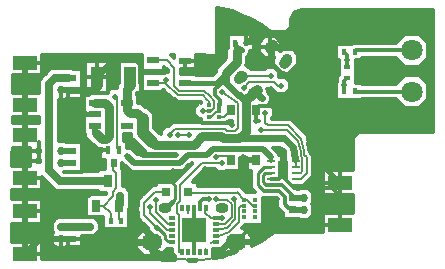
<source format=gtl>
G70*
%OFA0B0*%
%FSLAX24Y24*%
%IPPOS*%
%LPD*%
%ADD11R,0.0134X0.0228*%
%ADD12R,0.0157X0.0130*%
%ADD13R,0.0157X0.0197*%
%ADD14R,0.0157X0.0276*%
%ADD17R,0.0197X0.0157*%
%ADD18R,0.0197X0.0276*%
%ADD20R,0.0228X0.0134*%
%ADD25R,0.0256X0.0374*%
%ADD26R,0.0276X0.0098*%
%ADD30R,0.0315X0.0315*%
%ADD31R,0.0315X0.0433*%
%ADD34R,0.0354X0.0630*%
%ADD36R,0.0394X0.0217*%
%ADD39R,0.0394X0.0709*%
%ADD45R,0.0531X0.0236*%
%ADD51R,0.0787X0.0472*%
%ADD52R,0.0787X0.0787*%
%ADD56C,0.0060*%
%ADD57C,0.0063*%
%ADD59C,0.0079*%
%ADD60C,0.0087*%
%ADD61C,0.0094*%
%ADD64C,0.0102*%
%ADD65C,0.0110*%
%ADD66C,0.0118*%
%ADD68C,0.0138*%
%ADD69C,0.0157*%
%ADD70C,0.0197*%
%ADD71C,0.0236*%
%ADD72O,0.0236X0.0276*%
%ADD73C,0.0256*%
%ADD74C,0.0276*%
%ADD75C,0.0315*%
%ADD77C,0.0354*%
%ADD78C,0.0394*%
%ADD79O,0.0433X0.0354*%
%ADD82O,0.0709X0.0551*%
%ADD83C,0.0709*%
%ADD87C,0.1260*%
D11*
X018106Y013693D03*
X017909Y012228D03*
X017516Y012228D03*
X017319Y012228D03*
X017713Y012228D03*
X017713Y013693D03*
X017909Y013693D03*
X017516Y013693D03*
X018106Y012228D03*
X017319Y013693D03*
D12*
X019756Y013378D03*
X019402Y013969D03*
X019402Y013378D03*
X019756Y013969D03*
X019756Y013772D03*
X019402Y013575D03*
X019402Y013772D03*
X018213Y016531D03*
X019756Y013575D03*
X018567Y016728D03*
X018213Y016925D03*
X018213Y016728D03*
X018567Y016925D03*
X018567Y017122D03*
X018213Y017122D03*
X018567Y016531D03*
D13*
X015303Y013256D03*
X023079Y017575D03*
X022724Y017575D03*
X019457Y019201D03*
X023071Y018890D03*
X019102Y019201D03*
X022717Y018890D03*
X014949Y013256D03*
D14*
X015236Y015610D03*
X014843Y015610D03*
D17*
X022831Y018035D03*
X022831Y018390D03*
D18*
X015039Y015177D03*
D20*
X018445Y012764D03*
X018445Y013157D03*
X016980Y012567D03*
X018445Y012961D03*
X016980Y012764D03*
X016980Y013354D03*
X016980Y013157D03*
X016980Y012961D03*
X018445Y012567D03*
X018445Y013354D03*
D25*
X018946Y015284D03*
X018946Y016958D03*
X019792Y015284D03*
X019792Y016958D03*
D26*
X020283Y015252D03*
X020283Y014858D03*
X020283Y015055D03*
X020283Y014661D03*
X021106Y015055D03*
X021106Y014858D03*
X021106Y015252D03*
X021106Y014661D03*
D30*
X017504Y014236D03*
X016795Y014236D03*
D31*
X014469Y013772D03*
X015220Y013772D03*
X014846Y014594D03*
D34*
X020689Y014961D03*
D36*
X014425Y016807D03*
X015488Y017181D03*
X014425Y016433D03*
X015492Y016433D03*
X017413Y018602D03*
X016350Y017854D03*
X017417Y017854D03*
X014425Y017185D03*
X016350Y018228D03*
X016350Y018606D03*
D39*
X015579Y018055D03*
X014476Y018055D03*
D45*
X013530Y018024D03*
X013530Y015591D03*
X021144Y013626D03*
X021144Y014020D03*
X013533Y012669D03*
X013530Y015197D03*
X013533Y013063D03*
X013530Y017630D03*
D51*
X022594Y014528D03*
X012083Y012161D03*
X022594Y013110D03*
X012079Y014689D03*
X012079Y018539D03*
X012079Y016106D03*
X012079Y017122D03*
X012083Y013579D03*
D52*
X017713Y012961D03*
D56*
X020189Y016445D02*
X020858Y016445D01*
X018946Y015284D02*
X018940Y015284D01*
X018940Y015284D02*
X018815Y015409D01*
X016803Y017831D02*
X017185Y017449D01*
X016803Y017949D02*
X016803Y017831D01*
X020858Y016445D02*
X021303Y016000D01*
X017224Y017591D02*
X018067Y017591D01*
X020102Y016531D02*
X020189Y016445D01*
X020102Y016870D02*
X020102Y016531D01*
X018004Y017449D02*
X018165Y017287D01*
X017185Y017449D02*
X018004Y017449D01*
X018067Y017591D02*
X018244Y017413D01*
X017067Y017748D02*
X017224Y017591D01*
X017067Y018358D02*
X017067Y017748D01*
X017988Y015193D02*
X018634Y015193D01*
X017248Y014453D02*
X017988Y015193D01*
X017248Y013933D02*
X017248Y014453D01*
X021272Y015571D02*
X021181Y015933D01*
X021177Y015933D02*
X020890Y016220D01*
X021181Y015933D02*
X021177Y015933D01*
X021398Y015579D02*
X021394Y015583D01*
X021398Y015469D02*
X021398Y015579D01*
X018634Y015193D02*
X018646Y015181D01*
X021106Y014661D02*
X021287Y014661D01*
X021276Y014858D02*
X021335Y014917D01*
X021106Y014858D02*
X021276Y014858D01*
X021480Y015386D02*
X021398Y015469D01*
X021480Y014854D02*
X021480Y015386D01*
X021287Y014661D02*
X021480Y014854D01*
X021272Y015406D02*
X021272Y015571D01*
X021394Y015583D02*
X021303Y016000D01*
X019941Y016303D02*
X020807Y016303D01*
X020807Y016303D02*
X020890Y016220D01*
X021335Y014917D02*
X021335Y015343D01*
X021335Y015343D02*
X021272Y015406D01*
X016055Y013453D02*
X016472Y013035D01*
X017189Y016122D02*
X017185Y016126D01*
X017563Y016122D02*
X017189Y016122D01*
X016819Y018606D02*
X017067Y018358D01*
X018472Y015409D02*
X018449Y015386D01*
X018815Y015409D02*
X018472Y015409D01*
X016350Y018606D02*
X016819Y018606D01*
X016256Y013539D02*
X016398Y013398D01*
X016256Y013724D02*
X016256Y013539D01*
X016055Y013858D02*
X016055Y013453D01*
X016433Y014236D02*
X016055Y013858D01*
X016795Y014236D02*
X016433Y014236D01*
X017102Y016339D02*
X018748Y016339D01*
X016921Y016157D02*
X017102Y016339D01*
X016921Y016126D02*
X016921Y016157D01*
X018748Y016339D02*
X018823Y016264D01*
X018823Y016264D02*
X019094Y016264D01*
X019189Y016358D02*
X019181Y016350D01*
X019094Y016264D02*
X019181Y016350D01*
X019189Y017185D02*
X019189Y016358D01*
X021106Y015252D02*
X021106Y015055D01*
X019189Y017185D02*
X018650Y017551D01*
X016350Y017854D02*
X016709Y017854D01*
X014949Y013256D02*
X014949Y013520D01*
X016709Y017854D02*
X016803Y017949D01*
X014949Y013520D02*
X014697Y013772D01*
X019126Y014197D02*
X019150Y014220D01*
X014697Y013772D02*
X014469Y013772D01*
X014843Y015610D02*
X014654Y015610D01*
X017543Y014197D02*
X019126Y014197D01*
X017504Y014236D02*
X017543Y014197D01*
X018823Y013969D02*
X018972Y013819D01*
X018492Y013969D02*
X018823Y013969D01*
X019398Y013776D02*
X019402Y013772D01*
X019756Y013772D02*
X019677Y013772D01*
X019327Y013776D02*
X019398Y013776D01*
X018492Y013969D02*
X018492Y013976D01*
X018492Y013976D02*
X018469Y014000D01*
X015008Y014228D02*
X015008Y014075D01*
X015008Y014075D02*
X014984Y014051D01*
X014705Y013772D02*
X014984Y014051D01*
X015039Y015173D02*
X015016Y015150D01*
X015161Y017299D02*
X015161Y017315D01*
X015161Y017315D02*
X015083Y017394D01*
X019402Y013969D02*
X019150Y014220D01*
X013530Y018024D02*
X013278Y018024D01*
X020638Y018630D02*
X020675Y018630D01*
X020675Y018630D02*
X020749Y018556D01*
X013530Y017630D02*
X013278Y017630D01*
X020825Y018632D02*
X020749Y018556D01*
X018209Y016929D02*
X018213Y016925D01*
X018213Y016925D02*
X018303Y016925D01*
X018020Y016929D02*
X018209Y016929D01*
X018213Y016728D02*
X018295Y016728D01*
X018295Y016728D02*
X018488Y016921D01*
X018563Y016921D02*
X018567Y016925D01*
X018303Y016925D02*
X018394Y017016D01*
X018488Y016921D02*
X018563Y016921D01*
X018213Y017240D02*
X018165Y017287D01*
X018394Y017016D02*
X018394Y017264D01*
X018213Y017122D02*
X018213Y017240D01*
X014469Y013772D02*
X014705Y013772D01*
X018394Y017264D02*
X018244Y017413D01*
X015220Y013772D02*
X015220Y013339D01*
X015220Y013339D02*
X015303Y013256D01*
X018717Y016728D02*
X018946Y016958D01*
X018567Y016728D02*
X018717Y016728D01*
X017768Y018602D02*
X017791Y018626D01*
X019098Y013307D02*
X018811Y013020D01*
X018898Y012902D02*
X019228Y013232D01*
X019098Y013878D02*
X019098Y013307D01*
X018972Y013819D02*
X018972Y013390D01*
X018972Y013390D02*
X018744Y013161D01*
X019055Y014004D02*
X019055Y013921D01*
X017413Y018602D02*
X017768Y018602D01*
X019055Y013921D02*
X019098Y013878D01*
X015016Y014965D02*
X015126Y014854D01*
X015016Y015150D02*
X015016Y014965D01*
X022594Y014528D02*
X022594Y014081D01*
X015126Y014854D02*
X015126Y014346D01*
X015126Y014346D02*
X015008Y014228D01*
X015161Y017299D02*
X015161Y015685D01*
X015039Y015177D02*
X015039Y015173D01*
X015161Y015685D02*
X015236Y015610D01*
X019480Y013969D02*
X019583Y013866D01*
X019228Y013232D02*
X019228Y013677D01*
X019677Y013772D02*
X019583Y013866D01*
X019402Y013969D02*
X019480Y013969D01*
X019228Y013677D02*
X019327Y013776D01*
X022612Y013128D02*
X022594Y013110D01*
X022612Y014063D02*
X022612Y013128D01*
X022594Y014081D02*
X022612Y014063D01*
X020825Y018654D02*
X020825Y018632D01*
X019781Y017588D02*
X019757Y017588D01*
X018744Y013161D02*
X018445Y013157D01*
X017209Y012252D02*
X017209Y013453D01*
X019757Y017588D02*
X019694Y017525D01*
X017516Y013514D02*
X017517Y013513D01*
X020359Y019135D02*
X020353Y019135D01*
X018102Y013689D02*
X018106Y013693D01*
X017516Y013693D02*
X017516Y013514D01*
X020353Y019135D02*
X020262Y019043D01*
X017209Y013453D02*
X017142Y013520D01*
X016980Y012961D02*
X016835Y012961D01*
X016843Y013157D02*
X016449Y013551D01*
X017909Y012228D02*
X017909Y012329D01*
X017909Y012329D02*
X017906Y012332D01*
X016980Y013157D02*
X016843Y013157D01*
X017142Y013827D02*
X017248Y013933D01*
X017142Y013520D02*
X017142Y013827D01*
X016972Y012575D02*
X016980Y012567D01*
X016858Y012575D02*
X016972Y012575D01*
X021144Y013626D02*
X021396Y013626D01*
X018445Y012764D02*
X018551Y012760D01*
X018811Y013020D02*
X018445Y012961D01*
X021144Y014020D02*
X021396Y014020D01*
X018445Y013354D02*
X018272Y013354D01*
X013533Y012669D02*
X013281Y012669D01*
X016449Y013551D02*
X016449Y013953D01*
X016449Y013953D02*
X016445Y013957D01*
X018106Y012228D02*
X018106Y012329D01*
X018106Y012329D02*
X018103Y012332D01*
X018102Y013524D02*
X018102Y013689D01*
X018272Y013354D02*
X018102Y013524D01*
X018445Y012567D02*
X018315Y012567D01*
X018551Y012760D02*
X018898Y012902D01*
X013530Y015197D02*
X013278Y015197D01*
X018315Y012567D02*
X018284Y012536D01*
X017516Y012329D02*
X017513Y012332D01*
X017516Y012228D02*
X017516Y012329D01*
X019301Y018083D02*
X019295Y018083D01*
X019295Y018083D02*
X019218Y018005D01*
X013530Y015591D02*
X013278Y015591D01*
X017319Y012228D02*
X017232Y012228D01*
X017232Y012228D02*
X017209Y012252D01*
X013533Y013063D02*
X013281Y013063D01*
X016835Y012961D02*
X016398Y013398D01*
D57*
X020280Y018102D02*
X019321Y018102D01*
X019321Y018102D02*
X019301Y018083D01*
X020386Y017890D02*
X019559Y017890D01*
X019765Y017595D02*
X019694Y017525D01*
X020508Y017768D02*
X020386Y017890D01*
X020622Y017768D02*
X020508Y017768D01*
X019559Y017890D02*
X019370Y017701D01*
X019788Y017595D02*
X019765Y017595D01*
D59*
X015665Y012925D02*
X015665Y013614D01*
X015728Y012862D02*
X015665Y012925D01*
X015728Y012646D02*
X015728Y012862D01*
X015728Y014508D02*
X015433Y014803D01*
X015728Y013722D02*
X015728Y014508D01*
X015665Y013659D02*
X015728Y013722D01*
X015665Y013614D02*
X015665Y013659D01*
X020689Y015122D02*
X020689Y014961D01*
X020689Y014961D02*
X020689Y014795D01*
X020102Y019638D02*
X019685Y019638D01*
X019685Y019638D02*
X019654Y019606D01*
X020262Y019043D02*
X020262Y019479D01*
X020262Y019479D02*
X020102Y019638D01*
X018374Y012008D02*
X018193Y011980D01*
X018193Y011980D02*
X018000Y011969D01*
X018666Y012068D02*
X018374Y012008D01*
X018000Y011969D02*
X017665Y011953D01*
X017665Y011953D02*
X017248Y011976D01*
X017248Y011976D02*
X016976Y012024D01*
X016976Y012024D02*
X016336Y012269D01*
X019107Y012265D02*
X018666Y012068D01*
D60*
X016732Y012819D02*
X016736Y012819D01*
X016760Y012654D02*
X016839Y012575D01*
X016760Y012795D02*
X016760Y012654D01*
X016736Y012819D02*
X016760Y012795D01*
X016839Y012575D02*
X016858Y012575D01*
D61*
X017083Y014000D02*
X017083Y014441D01*
X016979Y013896D02*
X017083Y014000D01*
X017083Y014441D02*
X016965Y014559D01*
D64*
X020283Y014858D02*
X020094Y014858D01*
X020094Y014858D02*
X020028Y014791D01*
X020283Y015055D02*
X020055Y015055D01*
X020055Y015055D02*
X019850Y014850D01*
D65*
X019850Y014850D02*
X019850Y014469D01*
X019850Y014469D02*
X020059Y014260D01*
X020028Y014543D02*
X020114Y014457D01*
X020028Y014791D02*
X020028Y014543D01*
D66*
X014425Y016807D02*
X014051Y016807D01*
X013533Y012669D02*
X013091Y012669D01*
X013281Y012669D02*
X012986Y012669D01*
X019792Y016958D02*
X019792Y016594D01*
X019457Y019201D02*
X019457Y019476D01*
X019457Y019201D02*
X019713Y019201D01*
X012547Y015587D02*
X012252Y015587D01*
X020689Y014795D02*
X020689Y015091D01*
X020689Y015122D02*
X020689Y014827D01*
X012547Y015260D02*
X012547Y015555D01*
X012547Y015587D02*
X012547Y015882D01*
X012547Y015587D02*
X012547Y015291D01*
X019792Y015284D02*
X019487Y015284D01*
X014476Y018055D02*
X014102Y018055D01*
X017413Y018602D02*
X017413Y018317D01*
X017413Y018602D02*
X017787Y018602D01*
X014476Y018055D02*
X014476Y018587D01*
X014476Y018055D02*
X014476Y017524D01*
X014476Y018055D02*
X014850Y018055D01*
X019114Y012547D02*
X019646Y012547D01*
X016315Y012547D02*
X016315Y012094D01*
X016315Y012547D02*
X015783Y012547D01*
X016350Y018228D02*
X016724Y018228D01*
X016350Y018228D02*
X015976Y018228D01*
X014843Y015610D02*
X014587Y015610D01*
X012654Y012099D02*
X016027Y012099D01*
X012654Y012178D02*
X015953Y012178D01*
X012654Y012257D02*
X015878Y012257D01*
X017598Y011942D02*
X017770Y011942D01*
X013143Y012336D02*
X013420Y012336D01*
X012654Y012021D02*
X017075Y012021D01*
X013976Y012414D02*
X015772Y012414D01*
X013976Y012493D02*
X015772Y012493D01*
X016027Y012099D02*
X016603Y012099D01*
X012654Y012336D02*
X013143Y012336D01*
X012654Y012414D02*
X013067Y012414D01*
X012654Y012493D02*
X013000Y012493D01*
X017042Y012099D02*
X017052Y012099D01*
X019776Y012493D02*
X019788Y012493D01*
X017770Y011942D02*
X017822Y011942D01*
X017568Y011942D02*
X017598Y011942D01*
X020689Y014961D02*
X020689Y015453D01*
X020689Y015122D02*
X020689Y015417D01*
X019657Y012493D02*
X019776Y012493D01*
X018350Y012178D02*
X018751Y012178D01*
X018350Y012257D02*
X018678Y012257D01*
X018350Y012099D02*
X018758Y012099D01*
X018758Y012099D02*
X018764Y012099D01*
X013420Y012336D02*
X015804Y012336D01*
X018350Y012021D02*
X018403Y012021D01*
X020262Y019043D02*
X019907Y019043D01*
X022594Y014528D02*
X022594Y014114D01*
X022594Y014528D02*
X022024Y014528D01*
X022594Y013110D02*
X022594Y013524D01*
X022594Y014528D02*
X022594Y014941D01*
X012079Y017122D02*
X012079Y016709D01*
X012079Y018539D02*
X012079Y018126D01*
X012079Y018539D02*
X012650Y018539D01*
X012079Y016106D02*
X012079Y015693D01*
X013278Y017630D02*
X013278Y017315D01*
X012079Y017122D02*
X012079Y017535D01*
X020262Y019043D02*
X020262Y019397D01*
X020262Y019043D02*
X020262Y018689D01*
X020262Y019043D02*
X020616Y019043D01*
X013530Y017630D02*
X013530Y017335D01*
X013530Y017630D02*
X013972Y017630D01*
X012547Y015260D02*
X012252Y015260D01*
X012079Y016106D02*
X012079Y016520D01*
X012083Y012161D02*
X012654Y012161D01*
X012083Y013579D02*
X012083Y013992D01*
X012083Y013579D02*
X012083Y013165D01*
X022594Y013110D02*
X022024Y013110D01*
X013281Y012669D02*
X013281Y012354D01*
X012083Y012161D02*
X012083Y012575D01*
X012079Y014689D02*
X012079Y015102D01*
X012079Y014689D02*
X012079Y014276D01*
X012079Y014689D02*
X012650Y014689D01*
X012083Y013579D02*
X012654Y013579D01*
X013533Y012669D02*
X013533Y012374D01*
X013533Y012669D02*
X013976Y012669D01*
X016603Y012099D02*
X017042Y012099D01*
X019662Y014304D02*
X019671Y014304D01*
X021669Y013438D02*
X022024Y013438D01*
X021600Y013359D02*
X022024Y013359D01*
X020596Y013595D02*
X020605Y013595D01*
X021390Y014462D02*
X021421Y014462D01*
X019733Y014225D02*
X019741Y014225D01*
X021703Y013595D02*
X023014Y013595D01*
X021676Y013832D02*
X023014Y013832D01*
X021703Y014147D02*
X022024Y014147D01*
X021703Y013674D02*
X023014Y013674D01*
X021703Y013753D02*
X023014Y013753D01*
X021703Y013517D02*
X022024Y013517D01*
X020525Y013674D02*
X020534Y013674D01*
X021079Y014383D02*
X022024Y014383D01*
X020012Y013359D02*
X020701Y013359D01*
X020012Y013438D02*
X020701Y013438D01*
X021587Y014304D02*
X022024Y014304D01*
X021654Y014225D02*
X022024Y014225D01*
X020884Y012887D02*
X022024Y012887D01*
X020261Y012808D02*
X020267Y012808D01*
X020369Y012887D02*
X020476Y012887D01*
X020476Y012887D02*
X020884Y012887D01*
X020012Y013517D02*
X020684Y013517D01*
X020012Y013595D02*
X020596Y013595D01*
X020012Y013753D02*
X020492Y013753D01*
X019423Y013123D02*
X019431Y013123D01*
X013091Y013359D02*
X013108Y013359D01*
X013108Y013359D02*
X013118Y013359D01*
X019450Y014225D02*
X019733Y014225D01*
X019381Y014304D02*
X019662Y014304D01*
X019354Y013044D02*
X019361Y013044D01*
X015555Y013595D02*
X015836Y013595D01*
X013064Y014304D02*
X013069Y014304D01*
X012991Y014383D02*
X012996Y014383D01*
X012974Y013202D02*
X012983Y013202D01*
X012993Y012887D02*
X013010Y012887D01*
X013118Y013359D02*
X013128Y013359D01*
X016265Y014383D02*
X016274Y014383D01*
X021587Y013359D02*
X021600Y013359D01*
X021421Y014462D02*
X022024Y014462D01*
X020012Y013202D02*
X022024Y013202D01*
X021703Y013910D02*
X023014Y013910D01*
X021703Y013989D02*
X023015Y013989D01*
X021703Y014068D02*
X023015Y014068D01*
X019657Y012651D02*
X020042Y012651D01*
X019657Y012729D02*
X020154Y012729D01*
X013128Y013359D02*
X013138Y013359D01*
X020012Y013280D02*
X022024Y013280D01*
X019584Y012808D02*
X020261Y012808D01*
X019657Y012572D02*
X019929Y012572D01*
X021576Y014304D02*
X021587Y014304D01*
X017665Y011937D02*
X017760Y011937D01*
X017760Y011937D02*
X017779Y011937D01*
X017075Y011964D02*
X016193Y011984D01*
X013451Y012374D02*
X013420Y012343D01*
X013091Y012395D02*
X012993Y012493D01*
X018350Y012011D02*
X018350Y012320D01*
X017075Y012076D02*
X016992Y012159D01*
X017563Y011937D02*
X017582Y011937D01*
X018609Y012323D02*
X018381Y012323D01*
X017075Y011964D02*
X017075Y012068D01*
X017075Y012068D02*
X016990Y012153D01*
X017075Y012068D02*
X017075Y012079D01*
X013112Y012374D02*
X013091Y012395D01*
X019657Y012424D02*
X019657Y012493D01*
X019788Y012493D02*
X019657Y012424D01*
X017779Y011937D02*
X017709Y011929D01*
X016676Y012178D02*
X016992Y012178D01*
X016750Y012257D02*
X016992Y012257D01*
X017504Y011942D02*
X017568Y011942D01*
X018381Y012323D02*
X018350Y012323D01*
X018381Y012323D02*
X018377Y012320D01*
X013112Y012374D02*
X013091Y012374D01*
X017582Y011937D02*
X017665Y011937D01*
X017582Y011937D02*
X017563Y011938D01*
X018816Y012116D02*
X018666Y012068D01*
X015772Y012493D02*
X015772Y012361D01*
X016580Y012083D02*
X016820Y012323D01*
X016050Y012083D02*
X016580Y012083D01*
X013091Y012374D02*
X013091Y012395D01*
X013976Y012374D02*
X013976Y012493D01*
X015772Y012361D02*
X016050Y012083D01*
X020012Y013910D02*
X020492Y013910D01*
X020012Y013989D02*
X020460Y013989D01*
X019741Y014225D02*
X019753Y014225D01*
X020605Y013595D02*
X020619Y013595D01*
X020012Y013674D02*
X020525Y013674D01*
X020012Y013832D02*
X020492Y013832D01*
X013976Y012374D02*
X013451Y012374D01*
X017709Y011929D02*
X017582Y011937D01*
X018666Y012068D02*
X018350Y012011D01*
X016990Y012153D02*
X016990Y012323D01*
X018609Y012323D02*
X018816Y012116D01*
X016820Y012323D02*
X016992Y012323D01*
X016193Y011984D02*
X012654Y011981D01*
X013143Y012343D02*
X013112Y012374D01*
X013420Y012343D02*
X013143Y012343D01*
X012654Y012493D02*
X012654Y011981D01*
X018377Y012320D02*
X018350Y012320D01*
X016992Y012159D02*
X016992Y012323D01*
X017013Y012141D02*
X017075Y012079D01*
X012918Y014462D02*
X012923Y014462D01*
X021295Y019240D02*
X021295Y018523D01*
X021295Y018523D02*
X020929Y018157D01*
X020358Y018946D02*
X020262Y019043D01*
X022832Y018774D02*
X022717Y018890D01*
X022831Y018390D02*
X022831Y018633D01*
X022831Y018633D02*
X022832Y018634D01*
X024988Y017567D02*
X023087Y017567D01*
X023087Y017567D02*
X023079Y017575D01*
X022832Y018634D02*
X022832Y018774D01*
X022724Y017774D02*
X022734Y017784D01*
X022734Y017784D02*
X022734Y017939D01*
X022734Y017939D02*
X022831Y018035D01*
X022724Y017575D02*
X022724Y017774D01*
X023126Y018945D02*
X023071Y018890D01*
X024988Y018945D02*
X023126Y018945D01*
X018567Y017122D02*
X018567Y016925D01*
X018571Y017303D02*
X018571Y017126D01*
X018012Y013976D02*
X017953Y013917D01*
X016472Y013035D02*
X016516Y013035D01*
X016516Y013035D02*
X016732Y012819D01*
X018425Y017642D02*
X018425Y017449D01*
X018425Y017449D02*
X018571Y017303D01*
X020358Y018449D02*
X020358Y018946D01*
X018571Y017126D02*
X018567Y017122D01*
X018780Y018181D02*
X018780Y017996D01*
X018780Y017996D02*
X018425Y017642D01*
X018209Y013976D02*
X018012Y013976D01*
X018646Y013354D02*
X018651Y013359D01*
X017909Y013693D02*
X017909Y013874D01*
X017909Y013874D02*
X017953Y013917D01*
X017709Y012626D02*
X017709Y012232D01*
X017709Y012232D02*
X017713Y012228D01*
X018445Y013354D02*
X018646Y013354D01*
X017713Y012961D02*
X017713Y012630D01*
X017713Y012630D02*
X017709Y012626D01*
X017713Y013693D02*
X017713Y012961D01*
X014474Y012808D02*
X015850Y012808D01*
X012551Y017966D02*
X012731Y018146D01*
X012554Y017680D02*
X012554Y017958D01*
X012731Y018146D02*
X012743Y018146D01*
X017926Y017217D02*
X017913Y017230D01*
X017926Y017217D02*
X017948Y017217D01*
X012944Y018347D02*
X012949Y018347D01*
X013660Y018350D02*
X013416Y018350D01*
X017092Y017232D02*
X016724Y017600D01*
X012952Y018350D02*
X012949Y018347D01*
X012554Y017958D02*
X012743Y018146D01*
X012756Y018154D02*
X012756Y018146D01*
X014804Y017531D02*
X014850Y017578D01*
X014850Y017578D02*
X014850Y017531D01*
X014800Y017528D02*
X014804Y017531D01*
X015142Y017681D02*
X015142Y017817D01*
X015145Y017681D02*
X015145Y017808D01*
X014850Y017578D02*
X014953Y017681D01*
X014051Y016900D02*
X014051Y017093D01*
X017957Y016642D02*
X017890Y016642D01*
X014051Y016522D02*
X014051Y016719D01*
X014051Y016719D02*
X014051Y016900D01*
X014051Y017093D02*
X014051Y017470D01*
X014621Y017528D02*
X014800Y017528D01*
X017948Y017194D02*
X017948Y017217D01*
X015142Y017817D02*
X015205Y017880D01*
X015957Y017934D02*
X015957Y017640D01*
X015145Y017808D02*
X015205Y017868D01*
X015974Y017186D02*
X016108Y017051D01*
X013416Y017303D02*
X013205Y017303D01*
X012650Y018126D02*
X011672Y018126D01*
X013139Y018350D02*
X013416Y018350D01*
X015965Y017189D02*
X015862Y017189D01*
X018437Y018328D02*
X018507Y018399D01*
X017097Y017230D02*
X017913Y017230D01*
X017009Y016555D02*
X017195Y016555D01*
X016966Y017361D02*
X017097Y017230D01*
X017278Y017232D02*
X017092Y017232D01*
X016705Y017612D02*
X016681Y017635D01*
X016884Y016430D02*
X017009Y016555D01*
X016178Y017051D02*
X016390Y016839D01*
X015957Y017640D02*
X015953Y017636D01*
X016390Y016839D02*
X016390Y016430D01*
X018841Y016555D02*
X018847Y016549D01*
X017015Y016558D02*
X016887Y016430D01*
X013416Y018350D02*
X013139Y018350D01*
X013205Y017303D02*
X013205Y016430D01*
X012551Y016520D02*
X012551Y016709D01*
X011671Y016520D02*
X011671Y016709D01*
X011671Y016520D02*
X012551Y016520D01*
X012551Y016709D02*
X011671Y016709D01*
X013447Y017335D02*
X013416Y017303D01*
X013972Y017728D02*
X013972Y017925D01*
X012551Y017535D02*
X012551Y017966D01*
X011672Y017535D02*
X011672Y018126D01*
X011672Y017535D02*
X012551Y017535D01*
X015953Y017636D02*
X015953Y017524D01*
X015205Y017868D02*
X015205Y017880D01*
X016681Y017635D02*
X016689Y017635D01*
X018846Y016551D02*
X018888Y016594D01*
X018847Y016549D02*
X018914Y016483D01*
X015205Y017880D02*
X015205Y018399D01*
X016103Y017051D02*
X016108Y017051D01*
X016103Y017051D02*
X015969Y017186D01*
X016108Y017051D02*
X016178Y017051D01*
X014850Y017531D02*
X014804Y017531D01*
X017948Y017194D02*
X017926Y017217D01*
X015976Y017943D02*
X015976Y018140D01*
X015976Y018321D02*
X015976Y018399D01*
X015976Y018140D02*
X015976Y018321D01*
X017286Y018317D02*
X017286Y018140D01*
X017284Y018317D02*
X017284Y018265D01*
X016724Y017600D02*
X016712Y017612D01*
X018823Y016528D02*
X018846Y016551D01*
X018892Y016594D02*
X018847Y016549D01*
X016724Y018321D02*
X016724Y018387D01*
X016724Y017600D02*
X016724Y017612D01*
X016724Y017612D02*
X016712Y017612D01*
X015840Y017524D02*
X015835Y017518D01*
X015840Y017524D02*
X015835Y017524D01*
X016848Y018236D02*
X016848Y018268D01*
X016724Y018236D02*
X016724Y018321D01*
X016724Y018236D02*
X016848Y018236D01*
X015835Y017524D02*
X015835Y017518D01*
X014279Y017524D02*
X014616Y017524D01*
X017286Y018140D02*
X017791Y018140D01*
X014279Y017524D02*
X014226Y017470D01*
X015953Y017939D02*
X015957Y017934D01*
X015953Y017939D02*
X015953Y017636D01*
X025452Y019265D02*
X025692Y019265D01*
X025378Y019343D02*
X025692Y019343D01*
X025527Y019186D02*
X025531Y019186D01*
X025531Y019107D02*
X025692Y019107D01*
X025531Y019029D02*
X025692Y019029D01*
X025303Y019422D02*
X025692Y019422D01*
X021191Y018714D02*
X022461Y018714D01*
X021191Y018635D02*
X022461Y018635D01*
X021191Y018792D02*
X022461Y018792D01*
X022545Y018556D02*
X022555Y018556D01*
X021176Y018477D02*
X022555Y018477D01*
X025387Y018556D02*
X025691Y018556D01*
X025312Y018477D02*
X025691Y018477D01*
X019713Y019029D02*
X019895Y019029D01*
X019713Y019343D02*
X020029Y019343D01*
X019713Y019422D02*
X024674Y019422D01*
X025462Y018635D02*
X025691Y018635D01*
X025531Y018871D02*
X025692Y018871D01*
X025531Y018950D02*
X025692Y018950D01*
X025531Y018714D02*
X025691Y018714D01*
X025531Y019186D02*
X025692Y019186D01*
X025531Y018792D02*
X025691Y018792D01*
X019256Y020131D02*
X019261Y020131D01*
X018790Y020288D02*
X018796Y020288D01*
X019484Y018714D02*
X019496Y018714D01*
X017787Y018477D02*
X018589Y018477D01*
X019496Y018714D02*
X020056Y018714D01*
X017015Y018714D02*
X017039Y018714D01*
X018837Y019107D02*
X018842Y019107D01*
X012650Y018477D02*
X014102Y018477D01*
X019493Y018477D02*
X020365Y018477D01*
X019493Y018635D02*
X020366Y018635D01*
X019493Y018556D02*
X020365Y018556D01*
X019561Y018792D02*
X019983Y018792D01*
X018803Y019029D02*
X018835Y019029D01*
X021062Y018950D02*
X022461Y018950D01*
X021191Y018556D02*
X022545Y018556D01*
X021135Y018871D02*
X022461Y018871D01*
X018842Y019107D02*
X018846Y019107D01*
X017787Y018556D02*
X018664Y018556D01*
X017787Y018714D02*
X018803Y018714D01*
X017787Y018635D02*
X018739Y018635D01*
X018835Y019186D02*
X018846Y019186D01*
X018835Y019265D02*
X018846Y019265D01*
X014953Y017681D02*
X015145Y017681D01*
X014795Y017523D02*
X014800Y017528D01*
X016724Y017569D02*
X016724Y017600D01*
X015976Y017569D02*
X016724Y017569D01*
X015976Y017569D02*
X015976Y017943D01*
X015862Y017467D02*
X015862Y017189D01*
X017890Y017217D02*
X017926Y017217D01*
X017732Y017058D02*
X017890Y017217D01*
X017890Y016642D02*
X017732Y016800D01*
X014051Y016430D02*
X014051Y016522D01*
X014051Y017470D02*
X014226Y017470D01*
X015953Y017524D02*
X015840Y017524D01*
X015953Y018399D02*
X015953Y017939D01*
X013972Y017335D02*
X013972Y017728D01*
X012650Y018126D02*
X012650Y018399D01*
X013972Y017335D02*
X013447Y017335D01*
X014102Y017524D02*
X014102Y018399D01*
X017787Y018317D02*
X017284Y018317D01*
X017787Y018399D02*
X017787Y018317D01*
X017791Y018140D02*
X017791Y018122D01*
X014102Y017524D02*
X014279Y017524D01*
X014850Y018399D02*
X014850Y017578D01*
X020568Y019265D02*
X024524Y019265D01*
X020495Y019343D02*
X024599Y019343D01*
X020628Y019029D02*
X022461Y019029D01*
X020628Y019107D02*
X022461Y019107D01*
X020628Y019186D02*
X023013Y019186D01*
X019895Y018871D02*
X019910Y018871D01*
X019713Y019186D02*
X019895Y019186D01*
X019713Y019265D02*
X019956Y019265D01*
X019713Y019107D02*
X019895Y019107D01*
X023106Y018477D02*
X024664Y018477D01*
X019713Y018950D02*
X019895Y018950D01*
X023120Y018556D02*
X024590Y018556D01*
X023106Y018556D02*
X023120Y018556D01*
X023013Y019186D02*
X023017Y019186D01*
X017732Y016800D02*
X017732Y017058D01*
X023327Y018635D02*
X024515Y018635D01*
X019595Y018871D02*
X019895Y018871D01*
X020819Y019580D02*
X025692Y019580D01*
X023017Y019186D02*
X024446Y019186D01*
X019764Y019895D02*
X019777Y019895D01*
X020119Y019658D02*
X020124Y019658D01*
X019905Y019816D02*
X019915Y019816D01*
X018823Y016555D02*
X018841Y016555D01*
X020172Y017581D02*
X020172Y017564D01*
X020172Y017564D02*
X020264Y017472D01*
X020172Y017581D02*
X020280Y017473D01*
X020172Y017669D02*
X020298Y017669D01*
X020172Y017669D02*
X020172Y017581D01*
X020567Y018178D02*
X020567Y018055D01*
X022488Y017898D02*
X022488Y017955D01*
X022555Y018111D02*
X022555Y018119D01*
X022486Y017895D02*
X022486Y017952D01*
X021006Y018295D02*
X020900Y018190D01*
X021006Y018295D02*
X020904Y018194D01*
X022555Y018134D02*
X022555Y018291D01*
X022980Y017299D02*
X023335Y017299D01*
X011672Y018084D02*
X012667Y018084D01*
X011672Y017926D02*
X012554Y017926D01*
X011672Y018005D02*
X012594Y018005D01*
X019787Y016566D02*
X019812Y016591D01*
X020298Y017669D02*
X020420Y017547D01*
X020321Y016664D02*
X020313Y016664D01*
X020424Y017549D02*
X020414Y017549D01*
X022488Y017955D02*
X022488Y018044D01*
X020226Y017157D02*
X020232Y017157D01*
X023106Y018134D02*
X023106Y018291D01*
X022555Y018291D02*
X022555Y018399D01*
X023106Y017850D02*
X023106Y018134D01*
X020900Y018190D02*
X020883Y018172D01*
X023106Y017850D02*
X023335Y017850D01*
X023106Y018291D02*
X023106Y018399D01*
X019787Y016594D02*
X019787Y016566D01*
X019787Y016594D02*
X019885Y016594D01*
X023335Y017319D02*
X023335Y017299D01*
X022823Y017299D02*
X022980Y017299D01*
X023335Y017319D02*
X024448Y017319D01*
X020321Y016672D02*
X020313Y016664D01*
X020365Y018390D02*
X020365Y018399D01*
X020321Y016672D02*
X020321Y016664D01*
X022555Y018119D02*
X022555Y018134D01*
X020208Y017157D02*
X020226Y017157D01*
X020365Y018390D02*
X020384Y018390D01*
X020567Y018207D02*
X020567Y018178D01*
X020384Y018390D02*
X020409Y018390D01*
X020155Y017669D02*
X020172Y017669D01*
X020083Y018323D02*
X019621Y018323D01*
X020083Y018323D02*
X020150Y018390D01*
X015953Y018241D02*
X015976Y018241D01*
X015953Y018320D02*
X015976Y018320D01*
X015953Y018162D02*
X015976Y018162D01*
X015953Y018005D02*
X015976Y018005D01*
X015953Y018084D02*
X015976Y018084D01*
X015953Y018399D02*
X015976Y018399D01*
X014850Y017847D02*
X015172Y017847D01*
X014850Y017926D02*
X015205Y017926D01*
X014850Y017769D02*
X015145Y017769D01*
X014850Y017611D02*
X014886Y017611D01*
X014850Y017690D02*
X015145Y017690D01*
X012650Y018241D02*
X012838Y018241D01*
X012650Y018320D02*
X012911Y018320D01*
X012650Y018162D02*
X012765Y018162D01*
X016093Y017060D02*
X017732Y017060D01*
X016023Y017139D02*
X017812Y017139D01*
X012650Y018399D02*
X014102Y018399D01*
X013972Y017611D02*
X014102Y017611D01*
X013972Y017690D02*
X014102Y017690D01*
X013972Y017532D02*
X014102Y017532D01*
X013972Y017375D02*
X014051Y017375D01*
X013972Y017454D02*
X014051Y017454D01*
X017732Y017060D02*
X017741Y017060D01*
X011671Y016588D02*
X012551Y016588D01*
X017884Y017217D02*
X017922Y017217D01*
X015862Y017375D02*
X016947Y017375D01*
X015862Y017454D02*
X016872Y017454D01*
X011671Y016666D02*
X012551Y016666D01*
X011672Y017769D02*
X012554Y017769D01*
X011672Y017847D02*
X012554Y017847D01*
X011672Y017690D02*
X012554Y017690D01*
X011672Y017532D02*
X012551Y017532D01*
X011672Y017611D02*
X012551Y017611D01*
X014850Y018241D02*
X015205Y018241D01*
X014850Y018320D02*
X015205Y018320D01*
X014850Y018162D02*
X015205Y018162D01*
X014850Y018005D02*
X015205Y018005D01*
X014850Y018084D02*
X015205Y018084D01*
X014850Y018399D02*
X015205Y018399D01*
X015862Y017217D02*
X017884Y017217D01*
X015862Y017296D02*
X017023Y017296D01*
X014799Y017532D02*
X014810Y017532D01*
X017787Y018320D02*
X018437Y018320D01*
X017787Y018399D02*
X018501Y018399D01*
X018970Y016483D02*
X018970Y016594D01*
X018970Y016483D02*
X018910Y016483D01*
X018910Y016483D02*
X018844Y016549D01*
X016724Y018391D02*
X016717Y018399D01*
X016728Y018387D02*
X016724Y018391D01*
X015969Y017186D02*
X015974Y017186D01*
X013136Y018347D02*
X013139Y018350D01*
X013139Y018350D02*
X012952Y018350D01*
X013136Y018347D02*
X013221Y018347D01*
X015969Y017186D02*
X015965Y017189D01*
X013972Y017925D02*
X013972Y018319D01*
X025531Y017322D02*
X025233Y017024D01*
X025531Y017811D02*
X025531Y017322D01*
X025233Y017024D02*
X024744Y017024D01*
X020751Y018055D02*
X020909Y017897D01*
X024744Y017024D02*
X024448Y017319D01*
X025233Y018110D02*
X025531Y017811D01*
X022446Y017654D02*
X022446Y017913D01*
X021101Y018399D02*
X020990Y018287D01*
X022446Y017913D02*
X022486Y017952D01*
X024744Y018110D02*
X025233Y018110D01*
X024445Y017811D02*
X024448Y017815D01*
X012949Y018347D02*
X013136Y018347D01*
X012949Y018347D02*
X012756Y018154D01*
X012743Y018146D02*
X012944Y018347D01*
X015835Y017467D02*
X015862Y017467D01*
X012743Y018146D02*
X012756Y018146D01*
X013692Y018319D02*
X013972Y018319D01*
X018437Y018217D02*
X018437Y018328D01*
X016724Y018387D02*
X016724Y018399D01*
X018342Y018122D02*
X018437Y018217D01*
X013692Y018319D02*
X013660Y018350D01*
X018342Y018122D02*
X017791Y018122D01*
X014616Y017524D02*
X014796Y017524D01*
X016712Y017612D02*
X016689Y017635D01*
X014616Y017524D02*
X014621Y017528D01*
X016848Y018268D02*
X016728Y018387D01*
X015835Y017518D02*
X015835Y017467D01*
X016712Y017612D02*
X016705Y017612D01*
X018970Y016594D02*
X018888Y016594D01*
X015862Y017186D02*
X015969Y017186D01*
X017957Y016558D02*
X017957Y016642D01*
X018844Y016549D02*
X018836Y016558D01*
X017957Y016558D02*
X017015Y016558D01*
X020951Y016662D02*
X021183Y016430D01*
X020946Y016664D02*
X020321Y016664D01*
X020765Y016662D02*
X020951Y016662D01*
X020287Y017680D02*
X020298Y017669D01*
X020420Y017547D02*
X020426Y017547D01*
X021077Y016533D02*
X020946Y016664D01*
X020883Y018172D02*
X020572Y018173D01*
X021109Y018399D02*
X021006Y018295D01*
X020572Y018173D02*
X020567Y018178D01*
X019545Y018399D02*
X019621Y018323D01*
X020365Y018380D02*
X020365Y018390D01*
X024448Y017815D02*
X023335Y017815D01*
X024448Y017815D02*
X024744Y018110D01*
X024448Y017319D02*
X024445Y017322D01*
X020426Y017547D02*
X020335Y017638D01*
X020567Y018055D02*
X020751Y018055D01*
X022469Y017632D02*
X022446Y017654D01*
X020280Y017473D02*
X020280Y017212D01*
X020414Y017549D02*
X020294Y017669D01*
X020280Y017212D02*
X020226Y017157D01*
X022486Y017952D02*
X022486Y018050D01*
X025691Y018399D02*
X025689Y016430D01*
X020383Y018391D02*
X020383Y018399D01*
X022469Y017299D02*
X022469Y017632D01*
X021115Y018399D02*
X021115Y018391D01*
X020914Y018190D02*
X020900Y018190D01*
X021115Y018391D02*
X020914Y018190D01*
X022469Y017299D02*
X022823Y017299D01*
X020909Y017638D02*
X020751Y017480D01*
X020909Y017897D02*
X020909Y017638D01*
X020751Y017480D02*
X020493Y017480D01*
X023335Y017850D02*
X023335Y017815D01*
X020493Y017480D02*
X020426Y017547D01*
X022486Y018050D02*
X022555Y018119D01*
X020264Y017213D02*
X020208Y017157D01*
X022488Y018044D02*
X022555Y018111D01*
X021109Y018399D02*
X021006Y018295D01*
X022476Y017886D02*
X022488Y017898D01*
X020390Y016741D02*
X020321Y016672D01*
X020150Y018390D02*
X020365Y018390D01*
X020584Y018190D02*
X020567Y018207D01*
X019812Y016591D02*
X019883Y016591D01*
X020390Y016999D02*
X020390Y016741D01*
X020232Y017157D02*
X020390Y016999D01*
X012650Y018556D02*
X014102Y018556D01*
X016965Y014559D02*
X015677Y014559D01*
X015677Y014559D02*
X015433Y014803D01*
X023165Y018276D02*
X024575Y018276D01*
X024575Y018276D02*
X024587Y018264D01*
X019894Y017102D02*
X020213Y017102D01*
X020213Y017102D02*
X020232Y017122D01*
X019792Y017001D02*
X019894Y017102D01*
X019792Y016958D02*
X019792Y017001D01*
X020654Y014457D02*
X021091Y014020D01*
X020114Y014457D02*
X020654Y014457D01*
X020689Y014795D02*
X020689Y014713D01*
X021039Y014362D02*
X022313Y014362D01*
X020689Y014713D02*
X021039Y014362D01*
X020740Y013815D02*
X020866Y013689D01*
X020740Y014059D02*
X020740Y013815D01*
X020059Y014260D02*
X020539Y014260D01*
X021091Y014020D02*
X021205Y014020D01*
X020539Y014260D02*
X020740Y014059D01*
X019791Y016587D02*
X019791Y016957D01*
X021106Y015252D02*
X021106Y015280D01*
X021106Y015280D02*
X021071Y015315D01*
X022313Y014362D02*
X022612Y014063D01*
X019791Y016957D02*
X019792Y016958D01*
X020283Y015252D02*
X020283Y015382D01*
X020283Y014661D02*
X020555Y014661D01*
X020555Y014661D02*
X020689Y014795D01*
X021205Y014020D02*
X021396Y014020D01*
X021081Y013689D02*
X021144Y013626D01*
X020866Y013689D02*
X021081Y013689D01*
X020476Y013992D02*
X020098Y013992D01*
X020083Y013976D02*
X020083Y013272D01*
X020083Y013272D02*
X019846Y013035D01*
X019602Y013035D02*
X019114Y012547D01*
X020098Y013992D02*
X020083Y013976D01*
X019846Y013035D02*
X019602Y013035D01*
X021132Y018430D02*
X021132Y018422D01*
X021132Y018430D02*
X021115Y018413D01*
X022545Y018614D02*
X022555Y018614D01*
X022555Y018495D02*
X022545Y018505D01*
X023106Y018491D02*
X023106Y018614D01*
X021115Y018413D02*
X021115Y018404D01*
X019595Y018925D02*
X019595Y018828D01*
X020177Y019618D02*
X020315Y019547D01*
X019595Y018925D02*
X019713Y018925D01*
X021115Y018413D02*
X021101Y018399D01*
X020628Y018987D02*
X020660Y019020D01*
X020383Y018677D02*
X020366Y018677D01*
X020383Y018677D02*
X020383Y018708D01*
X020597Y018922D02*
X020614Y018939D01*
X021115Y018404D02*
X021115Y018399D01*
X021115Y018404D02*
X021109Y018399D01*
X022815Y019165D02*
X022972Y019165D01*
X024448Y019193D02*
X024744Y019488D01*
X022555Y018495D02*
X022555Y018614D01*
X024448Y019193D02*
X023027Y019193D01*
X022972Y019165D02*
X022999Y019165D01*
X024448Y018697D02*
X024445Y018700D01*
X021111Y018400D02*
X021109Y018399D01*
X020366Y018691D02*
X020383Y018708D01*
X020365Y018399D02*
X020366Y018677D01*
X020315Y019547D02*
X020783Y019551D01*
X019539Y018404D02*
X019545Y018399D01*
X021132Y018422D02*
X021115Y018404D01*
X020097Y018677D02*
X019895Y018878D01*
X020628Y019208D02*
X020628Y018987D01*
X023027Y019193D02*
X022999Y019165D01*
X019573Y018844D02*
X019539Y018810D01*
X023021Y019190D02*
X023231Y019190D01*
X025693Y020287D02*
X025691Y018399D01*
X021319Y020287D02*
X025693Y020287D01*
X019539Y020011D02*
X019787Y019890D01*
X019922Y019812D02*
X020177Y019618D01*
X019787Y019890D02*
X019922Y019812D01*
X021177Y020264D02*
X021319Y020287D01*
X020957Y019713D02*
X020957Y019925D01*
X020783Y019551D02*
X020957Y019713D01*
X020957Y019925D02*
X020976Y020067D01*
X021059Y020185D02*
X021177Y020264D01*
X020976Y020067D02*
X021059Y020185D01*
X018500Y019343D02*
X018846Y019343D01*
X018500Y019422D02*
X018846Y019422D01*
X018500Y019265D02*
X018835Y019265D01*
X018500Y019107D02*
X018837Y019107D01*
X018500Y019186D02*
X018835Y019186D01*
X018500Y019501D02*
X025692Y019501D01*
X018501Y019658D02*
X020119Y019658D01*
X020957Y019737D02*
X025692Y019737D01*
X020899Y019658D02*
X025692Y019658D01*
X020814Y019580D02*
X020819Y019580D01*
X018501Y019580D02*
X020252Y019580D01*
X015953Y018477D02*
X015976Y018477D01*
X015953Y018556D02*
X015976Y018556D01*
X012650Y018792D02*
X013385Y018792D01*
X012650Y018635D02*
X015976Y018635D01*
X012650Y018714D02*
X015976Y018714D01*
X014850Y018477D02*
X015205Y018477D01*
X018500Y018950D02*
X018803Y018950D01*
X018500Y019029D02*
X018803Y019029D01*
X018500Y018871D02*
X018803Y018871D01*
X014850Y018556D02*
X015205Y018556D01*
X018500Y018792D02*
X018803Y018792D01*
X023327Y018697D02*
X023327Y018614D01*
X023327Y018697D02*
X024448Y018697D01*
X018501Y020288D02*
X018790Y020288D01*
X021096Y020210D02*
X025693Y020210D01*
X018501Y020210D02*
X019056Y020210D01*
X022996Y019165D02*
X023021Y019190D01*
X020366Y018677D02*
X020097Y018677D01*
X020366Y018677D02*
X020366Y018691D01*
X023120Y018614D02*
X023120Y018505D01*
X023106Y018614D02*
X023120Y018614D01*
X023120Y018614D02*
X023327Y018614D01*
X020957Y019895D02*
X025693Y019895D01*
X018501Y019895D02*
X019764Y019895D01*
X018501Y019816D02*
X019905Y019816D01*
X018501Y019737D02*
X020021Y019737D01*
X020957Y019816D02*
X025692Y019816D01*
X020963Y019973D02*
X025693Y019973D01*
X021021Y020131D02*
X025693Y020131D01*
X018501Y020131D02*
X019256Y020131D01*
X018501Y020052D02*
X019456Y020052D01*
X018501Y019973D02*
X019616Y019973D01*
X020974Y020052D02*
X025693Y020052D01*
X018837Y019244D02*
X018846Y019253D01*
X018837Y019016D02*
X018837Y019100D01*
X018803Y019065D02*
X018835Y019097D01*
X019493Y018698D02*
X019493Y018451D01*
X018507Y018399D02*
X018803Y018695D01*
X018835Y019009D02*
X018835Y019097D01*
X015953Y018587D02*
X015953Y018399D01*
X015205Y018587D02*
X015953Y018587D01*
X015205Y018399D02*
X015205Y018587D01*
X012650Y018399D02*
X012650Y018795D01*
X019466Y018449D02*
X019493Y018422D01*
X019496Y018729D02*
X019496Y018447D01*
X019496Y018729D02*
X019479Y018712D01*
X019358Y019476D02*
X019539Y019476D01*
X018846Y019253D02*
X018846Y019476D01*
X019201Y019476D02*
X019358Y019476D01*
X019417Y020071D02*
X019539Y020011D01*
X017038Y018694D02*
X016954Y018778D01*
X019478Y018466D02*
X019493Y018451D01*
X018500Y018772D02*
X018501Y020367D01*
X018976Y020240D02*
X019417Y020071D01*
X018501Y020367D02*
X018976Y020240D01*
X015976Y018399D02*
X015976Y018514D01*
X018846Y019476D02*
X019201Y019476D01*
X014102Y018587D02*
X014850Y018587D01*
X014102Y018399D02*
X014102Y018587D01*
X014850Y018587D02*
X014850Y018399D01*
X019539Y018772D02*
X019496Y018729D01*
X025531Y018700D02*
X025531Y019189D01*
X025233Y019488D02*
X025531Y019189D01*
X025531Y018700D02*
X025233Y018402D01*
X024744Y018402D02*
X024448Y018697D01*
X025233Y018402D02*
X024744Y018402D01*
X024744Y019488D02*
X025233Y019488D01*
X021191Y018489D02*
X021132Y018430D01*
X021191Y018818D02*
X021191Y018489D01*
X022545Y018505D02*
X022545Y018614D01*
X024445Y019189D02*
X024448Y019193D01*
X023120Y018505D02*
X023106Y018491D01*
X019895Y018878D02*
X019895Y019208D01*
X022461Y018614D02*
X022461Y019165D01*
X019895Y019208D02*
X020097Y019409D01*
X020426Y019409D02*
X020628Y019208D01*
X020097Y019409D02*
X020426Y019409D01*
X022461Y018614D02*
X022545Y018614D01*
X019713Y019476D02*
X019713Y018925D01*
X019539Y019476D02*
X019713Y019476D01*
X023106Y018399D02*
X023106Y018491D01*
X022461Y019165D02*
X022815Y019165D01*
X022555Y018399D02*
X022555Y018495D01*
X018835Y019097D02*
X018835Y019321D01*
X012650Y018795D02*
X015976Y018782D01*
X018835Y019097D02*
X018846Y019109D01*
X018803Y018695D02*
X018803Y019065D01*
X018837Y019100D02*
X018837Y019244D01*
X019493Y018422D02*
X019496Y018419D01*
X015976Y018514D02*
X015976Y018782D01*
X018846Y019109D02*
X018846Y019253D01*
X017787Y018775D02*
X017787Y018399D01*
X017039Y018696D02*
X017039Y018778D01*
X017787Y018775D02*
X018500Y018772D01*
X019496Y018447D02*
X019539Y018404D01*
X019496Y018447D02*
X019496Y018419D01*
X019595Y018828D02*
X019539Y018772D01*
X020990Y019020D02*
X021191Y018818D01*
X020660Y019020D02*
X020990Y019020D01*
X019496Y018419D02*
X019516Y018399D01*
X019493Y018451D02*
X019496Y018447D01*
X019493Y018451D02*
X019493Y018422D01*
X016954Y018778D02*
X017039Y018778D01*
X019479Y018712D02*
X019493Y018698D01*
X016957Y018778D02*
X017039Y018696D01*
X015172Y017847D02*
X015182Y017847D01*
X015594Y013672D02*
X015555Y013632D01*
X015594Y014245D02*
X015594Y013672D01*
X015591Y013958D02*
X015591Y013680D01*
X014767Y014144D02*
X014789Y014165D01*
X015591Y013680D02*
X015555Y013644D01*
X015415Y014425D02*
X015594Y014245D01*
X019327Y013013D02*
X019319Y013013D01*
X019447Y013134D02*
X019327Y013013D01*
X019445Y013139D02*
X019442Y013136D01*
X019057Y014437D02*
X019243Y014437D01*
X019243Y014437D02*
X019366Y014313D01*
X015838Y013765D02*
X015838Y013951D01*
X016340Y014453D02*
X016461Y014453D01*
X015836Y013354D02*
X015836Y013957D01*
X015957Y014077D02*
X015964Y014077D01*
X015836Y013957D02*
X015957Y014077D01*
X015838Y013951D02*
X015964Y014077D01*
X015343Y014439D02*
X015343Y014425D01*
X015345Y014462D02*
X015345Y014425D01*
X019057Y014437D02*
X019243Y014437D01*
X016345Y014455D02*
X016214Y014324D01*
X019243Y014437D02*
X019366Y014313D01*
X014693Y012980D02*
X014693Y013378D01*
X014693Y012980D02*
X015047Y012980D01*
X012650Y014462D02*
X012650Y014276D01*
X013091Y013358D02*
X013112Y013358D01*
X012650Y014276D02*
X011668Y014276D01*
X015559Y013531D02*
X015559Y012980D01*
X014134Y014165D02*
X014789Y014165D01*
X017839Y014462D02*
X017839Y014416D01*
X014134Y013378D02*
X014396Y013378D01*
X014512Y014201D02*
X014512Y014264D01*
X014134Y013378D02*
X014134Y014165D01*
X012974Y012905D02*
X012974Y012926D01*
X012993Y012493D02*
X012974Y012511D01*
X012974Y013221D02*
X013091Y013337D01*
X013420Y013390D02*
X013430Y013380D01*
X013143Y013390D02*
X013420Y013390D01*
X012974Y012827D02*
X013013Y012866D01*
X012654Y013165D02*
X012654Y013992D01*
X013976Y012493D02*
X013976Y012746D01*
X012654Y013165D02*
X011667Y013165D01*
X012974Y012511D02*
X012974Y012827D01*
X012654Y012575D02*
X012654Y012493D01*
X013976Y012746D02*
X014125Y012746D01*
X013112Y013358D02*
X013143Y013390D01*
X011668Y013992D02*
X012654Y013992D01*
X011666Y012575D02*
X012654Y012575D01*
X011668Y013992D02*
X011668Y014276D01*
X013112Y013358D02*
X013133Y013358D01*
X014134Y013380D02*
X014125Y013380D01*
X014396Y013378D02*
X014412Y013378D01*
X014134Y013380D02*
X014394Y013380D01*
X015047Y012980D02*
X015205Y012980D01*
X019500Y013136D02*
X019539Y013136D01*
X013091Y013337D02*
X013112Y013358D01*
X012974Y012926D02*
X013024Y012877D01*
X013091Y013337D02*
X013091Y013358D01*
X019442Y013136D02*
X019318Y013012D01*
X013430Y013380D02*
X013155Y013380D01*
X012974Y012926D02*
X012974Y013200D01*
X013013Y012866D02*
X013024Y012877D01*
X011666Y012575D02*
X011667Y013165D01*
X013013Y012866D02*
X012974Y012905D01*
X012974Y013200D02*
X012965Y013190D01*
X012974Y013200D02*
X012974Y013221D01*
X012965Y013190D02*
X012965Y012936D01*
X013155Y013380D02*
X013133Y013358D01*
X012965Y012936D02*
X012974Y012926D01*
X014410Y013380D02*
X014585Y013206D01*
X014125Y013380D02*
X014134Y013380D01*
X014394Y013380D02*
X014134Y013380D01*
X015838Y013360D02*
X015838Y013546D01*
X015957Y013234D02*
X015836Y013354D01*
X014394Y012746D02*
X014585Y012936D01*
X014585Y013190D02*
X014394Y013380D01*
X014585Y012936D02*
X014585Y013190D01*
X012917Y014460D02*
X013110Y014267D01*
X012917Y014462D02*
X012917Y014460D01*
X015555Y013531D02*
X015555Y013632D01*
X014789Y014165D02*
X014803Y014165D01*
X015555Y013531D02*
X015559Y013531D01*
X013113Y014264D02*
X014512Y014264D01*
X014585Y012920D02*
X014410Y012746D01*
X014585Y013206D02*
X014585Y013190D01*
X014410Y012746D02*
X014394Y012746D01*
X013105Y014267D02*
X012911Y014462D01*
X013383Y014267D02*
X013110Y014267D01*
X017881Y014777D02*
X019606Y014777D01*
X017957Y014855D02*
X019606Y014855D01*
X017806Y014698D02*
X019606Y014698D01*
X017730Y014619D02*
X019606Y014619D01*
X018033Y014934D02*
X018476Y014934D01*
X017398Y014934D02*
X017419Y014934D01*
X017392Y014934D02*
X017398Y014934D01*
X017464Y015013D02*
X017472Y015013D01*
X017546Y015091D02*
X017572Y015091D01*
X017472Y015013D02*
X017496Y015013D01*
X017621Y015170D02*
X017648Y015170D01*
X013972Y015564D02*
X014587Y015564D01*
X013972Y015643D02*
X014494Y015643D01*
X013972Y015879D02*
X014266Y015879D01*
X019606Y014777D02*
X019613Y014777D01*
X019606Y014855D02*
X019613Y014855D01*
X013972Y015721D02*
X014418Y015721D01*
X012650Y014698D02*
X012667Y014698D01*
X014506Y015643D02*
X014587Y015643D01*
X012650Y014619D02*
X012760Y014619D01*
X013972Y015800D02*
X014342Y015800D01*
X012650Y014540D02*
X012832Y014540D01*
X019251Y015013D02*
X019487Y015013D01*
X019251Y015091D02*
X019487Y015091D01*
X017097Y014619D02*
X017105Y014619D01*
X013972Y015328D02*
X014587Y015328D01*
X016880Y016430D02*
X016886Y016430D01*
X019251Y015249D02*
X019487Y015249D01*
X015315Y015170D02*
X015330Y015170D01*
X015315Y015013D02*
X015498Y015013D01*
X019251Y015170D02*
X019487Y015170D01*
X019251Y014934D02*
X019487Y014934D01*
X019251Y015328D02*
X019487Y015328D01*
X016406Y016351D02*
X016728Y016351D01*
X013972Y015170D02*
X014764Y015170D01*
X016479Y016273D02*
X016657Y016273D01*
X016228Y015485D02*
X016233Y015485D01*
X016553Y016194D02*
X016634Y016194D01*
X013972Y015249D02*
X014764Y015249D01*
X013972Y015485D02*
X014587Y015485D01*
X013972Y015406D02*
X014587Y015406D01*
X013972Y015091D02*
X014764Y015091D01*
X013972Y014934D02*
X014512Y014934D01*
X013972Y015013D02*
X014764Y015013D01*
X021493Y016115D02*
X021502Y016115D01*
X021478Y014540D02*
X022024Y014540D01*
X021570Y015800D02*
X023019Y015800D01*
X021537Y015958D02*
X023020Y015958D01*
X021586Y015721D02*
X023019Y015721D01*
X021549Y014619D02*
X022024Y014619D01*
X020505Y015564D02*
X020728Y015564D01*
X020432Y015643D02*
X020663Y015643D01*
X021617Y015564D02*
X021621Y015564D01*
X021605Y015643D02*
X021617Y015643D01*
X021621Y015564D02*
X021627Y015564D01*
X016050Y013012D02*
X015772Y012733D01*
X016050Y013012D02*
X016185Y013012D01*
X015772Y012733D02*
X015772Y012493D01*
X019379Y013012D02*
X019318Y013012D01*
X019539Y012851D02*
X019379Y013012D01*
X015555Y013378D02*
X015555Y013531D01*
X021627Y015564D02*
X023019Y015564D01*
X021554Y015879D02*
X023019Y015879D01*
X021692Y015485D02*
X021699Y015485D01*
X021685Y015485D02*
X021692Y015485D01*
X020598Y015485D02*
X020738Y015485D01*
X021699Y015091D02*
X023017Y015091D01*
X021699Y015249D02*
X023018Y015249D01*
X021699Y015013D02*
X023017Y015013D01*
X021699Y015406D02*
X023018Y015406D01*
X021699Y015170D02*
X023018Y015170D01*
X021699Y015328D02*
X023018Y015328D01*
X021697Y014934D02*
X022024Y014934D01*
X021617Y015643D02*
X023019Y015643D01*
X021697Y014855D02*
X022024Y014855D01*
X021634Y014698D02*
X021641Y014698D01*
X021697Y014777D02*
X022024Y014777D01*
X021413Y016194D02*
X023156Y016194D01*
X021190Y016430D02*
X025689Y016430D01*
X021520Y016036D02*
X023033Y016036D01*
X021472Y014540D02*
X021478Y014540D01*
X023156Y016194D02*
X023161Y016194D01*
X021339Y016273D02*
X025689Y016273D01*
X021641Y014698D02*
X022024Y014698D01*
X021699Y015485D02*
X023018Y015485D01*
X021502Y016115D02*
X023097Y016115D01*
X021265Y016351D02*
X025689Y016351D01*
X020568Y015485D02*
X020598Y015485D01*
X019442Y013136D02*
X019447Y013136D01*
X015559Y013123D02*
X016075Y013123D01*
X015559Y013202D02*
X016002Y013202D01*
X015559Y013044D02*
X016149Y013044D01*
X015559Y013438D02*
X015836Y013438D01*
X015559Y013517D02*
X015836Y013517D01*
X015559Y013280D02*
X015908Y013280D01*
X019428Y012966D02*
X022024Y012966D01*
X015555Y013438D02*
X015559Y013438D01*
X019500Y012887D02*
X020369Y012887D01*
X015559Y013359D02*
X015836Y013359D01*
X017839Y014462D02*
X019606Y014462D01*
X012654Y013910D02*
X014134Y013910D01*
X012654Y013989D02*
X014134Y013989D01*
X012654Y013832D02*
X014134Y013832D01*
X012654Y013674D02*
X014134Y013674D01*
X012654Y013753D02*
X014134Y013753D01*
X013976Y012572D02*
X015772Y012572D01*
X012650Y014383D02*
X012991Y014383D01*
X012650Y014462D02*
X012918Y014462D01*
X012650Y014304D02*
X013064Y014304D01*
X013976Y012651D02*
X015772Y012651D01*
X013976Y012729D02*
X015776Y012729D01*
X021146Y014315D02*
X021226Y014315D01*
X020012Y013620D02*
X020012Y013726D01*
X020637Y013567D02*
X020495Y013710D01*
X011668Y014147D02*
X014134Y014147D01*
X011668Y014225D02*
X014512Y014225D01*
X020012Y013817D02*
X020012Y014012D01*
X020641Y013567D02*
X020629Y013567D01*
X020641Y013567D02*
X020701Y013507D01*
X020492Y013956D02*
X020437Y014012D01*
X020012Y014012D02*
X020012Y014018D01*
X020012Y014012D02*
X020437Y014012D01*
X011666Y012729D02*
X012974Y012729D01*
X011666Y012808D02*
X012974Y012808D01*
X011666Y012651D02*
X012974Y012651D01*
X015555Y013517D02*
X015559Y013517D01*
X011666Y012572D02*
X012654Y012572D01*
X011666Y012887D02*
X012993Y012887D01*
X011668Y013989D02*
X012654Y013989D01*
X011668Y014068D02*
X014134Y014068D01*
X011667Y013123D02*
X012965Y013123D01*
X011666Y012966D02*
X012965Y012966D01*
X011667Y013044D02*
X012965Y013044D01*
X014532Y012887D02*
X014547Y012887D01*
X015908Y013280D02*
X015916Y013280D01*
X014459Y012808D02*
X014474Y012808D01*
X014585Y013044D02*
X014693Y013044D01*
X014585Y013123D02*
X014693Y013123D01*
X015872Y013989D02*
X015879Y013989D01*
X015345Y014462D02*
X016344Y014462D01*
X015581Y013674D02*
X015591Y013674D01*
X016344Y014462D02*
X016461Y014462D01*
X015941Y014068D02*
X015949Y014068D01*
X015836Y013359D02*
X015846Y013359D01*
X014437Y013359D02*
X014693Y013359D01*
X012965Y012966D02*
X012974Y012966D01*
X014581Y013202D02*
X014693Y013202D01*
X014547Y012887D02*
X015925Y012887D01*
X014509Y013280D02*
X014693Y013280D01*
X012965Y013044D02*
X012974Y013044D01*
X014421Y013359D02*
X014437Y013359D01*
X014585Y012966D02*
X015999Y012966D01*
X014566Y013202D02*
X014581Y013202D01*
X012965Y013123D02*
X012974Y013123D01*
X014494Y013280D02*
X014509Y013280D01*
X013034Y013280D02*
X013053Y013280D01*
X012654Y012572D02*
X012974Y012572D01*
X019431Y013123D02*
X022024Y013123D01*
X019298Y014383D02*
X019606Y014383D01*
X019361Y013044D02*
X022024Y013044D01*
X012654Y013202D02*
X012974Y013202D01*
X012654Y013517D02*
X014134Y013517D01*
X012654Y013595D02*
X014134Y013595D01*
X012654Y013438D02*
X014134Y013438D01*
X012654Y013280D02*
X013034Y013280D01*
X012654Y013359D02*
X013091Y013359D01*
X015594Y013753D02*
X015836Y013753D01*
X015594Y013832D02*
X015838Y013832D01*
X015594Y013674D02*
X015836Y013674D01*
X015591Y013674D02*
X015594Y013674D01*
X015594Y014225D02*
X016114Y014225D01*
X015594Y013910D02*
X015838Y013910D01*
X015533Y014304D02*
X016190Y014304D01*
X015461Y014383D02*
X016265Y014383D01*
X015594Y014147D02*
X016038Y014147D01*
X015594Y013989D02*
X015872Y013989D01*
X015594Y014068D02*
X015941Y014068D01*
X014791Y014201D02*
X014512Y014201D01*
X014767Y014144D02*
X014789Y014165D01*
X013091Y013316D02*
X012974Y013200D01*
X019657Y012493D02*
X019657Y012733D01*
X013091Y013316D02*
X013091Y013337D01*
X019469Y014211D02*
X019500Y014211D01*
X014789Y014165D02*
X014789Y014201D01*
X013110Y014267D02*
X013113Y014264D01*
X015205Y012980D02*
X015559Y012980D01*
X019447Y013136D02*
X019500Y013136D01*
X019500Y014211D02*
X019539Y014211D01*
X021587Y013331D02*
X021565Y013331D01*
X021587Y013331D02*
X021587Y013352D01*
X020701Y013331D02*
X020701Y013507D01*
X022024Y014114D02*
X022024Y014462D01*
X022024Y013524D02*
X023013Y013524D01*
X021421Y014435D02*
X021026Y014435D01*
X019539Y014211D02*
X019657Y014211D01*
X019657Y012733D02*
X019539Y012851D01*
X020012Y013136D02*
X020012Y013333D01*
X021421Y014435D02*
X021421Y014462D01*
X019539Y013136D02*
X019657Y013136D01*
X016461Y014455D02*
X016345Y014455D01*
X019035Y014416D02*
X019057Y014437D01*
X016461Y014455D02*
X016461Y014462D01*
X015964Y013234D02*
X015957Y013234D01*
X015964Y014077D02*
X016340Y014453D01*
X014791Y014165D02*
X014791Y014201D01*
X019035Y014416D02*
X019057Y014437D01*
X019366Y014313D02*
X019469Y014211D01*
X019035Y014416D02*
X017839Y014416D01*
X015345Y014425D02*
X015415Y014425D01*
X015555Y013632D02*
X015555Y013644D01*
X014125Y013380D02*
X013430Y013380D01*
X013133Y013358D02*
X013091Y013316D01*
X014412Y013378D02*
X014693Y013378D01*
X013110Y014267D02*
X013105Y014267D01*
X014125Y012746D02*
X014394Y012746D01*
X014394Y013380D02*
X014410Y013380D01*
X016185Y013013D02*
X015964Y013234D01*
X015964Y013234D02*
X015838Y013360D01*
X014585Y012936D02*
X014585Y012920D01*
X014585Y013190D02*
X014585Y012936D01*
X014394Y012746D02*
X014125Y012746D01*
X021565Y013331D02*
X021534Y013299D01*
X021226Y013331D02*
X020701Y013331D01*
X020701Y013504D02*
X020637Y013567D01*
X022024Y012880D02*
X022024Y013524D01*
X021226Y014315D02*
X021257Y014346D01*
X021587Y013352D02*
X021565Y013331D01*
X020012Y013530D02*
X020012Y013620D01*
X020012Y013726D02*
X020012Y013817D01*
X020012Y013333D02*
X020012Y013530D01*
X021026Y014435D02*
X021146Y014315D01*
X019657Y013136D02*
X020012Y013136D01*
X021664Y013823D02*
X021703Y013784D01*
X021565Y014315D02*
X021587Y014315D01*
X019749Y014224D02*
X019741Y014224D01*
X019763Y014211D02*
X019749Y014224D01*
X019749Y014224D02*
X019609Y014365D01*
X021565Y014315D02*
X021587Y014294D01*
X023015Y014114D02*
X022024Y014114D01*
X022024Y012880D02*
X020657Y012882D01*
X023015Y014114D02*
X023013Y013524D01*
X021587Y014294D02*
X021587Y014315D01*
X021587Y014294D02*
X021703Y014178D01*
X021257Y013299D02*
X021226Y013331D01*
X021534Y013299D02*
X021257Y013299D01*
X019606Y014359D02*
X019606Y014462D01*
X020163Y014018D02*
X020012Y014018D01*
X019741Y014224D02*
X019606Y014359D01*
X021703Y013468D02*
X021587Y013352D01*
X021534Y014346D02*
X021565Y014315D01*
X021257Y014346D02*
X021534Y014346D01*
X021703Y013862D02*
X021703Y014178D01*
X021703Y013784D02*
X021703Y013468D01*
X021703Y013862D02*
X021664Y013823D01*
X020657Y012882D02*
X020378Y012886D01*
X020495Y013710D02*
X020495Y013920D01*
X020378Y012886D02*
X019906Y012555D01*
X019657Y014211D02*
X019763Y014211D01*
X019906Y012555D02*
X019788Y012493D01*
X020629Y013567D02*
X020492Y013703D01*
X020618Y013590D02*
X020641Y013567D01*
X019609Y014365D02*
X019609Y014462D01*
X021375Y014442D02*
X021394Y014462D01*
X020492Y013703D02*
X020492Y013956D01*
X021397Y014462D02*
X021380Y014445D01*
X015315Y015091D02*
X015424Y015091D01*
X020317Y016666D02*
X020323Y016666D01*
X020365Y018399D02*
X020383Y018399D01*
X020952Y018241D02*
X020969Y018241D01*
X020567Y018162D02*
X022555Y018162D01*
X020567Y018084D02*
X022519Y018084D01*
X023106Y018005D02*
X024636Y018005D01*
X023106Y018241D02*
X025691Y018241D01*
X023106Y018162D02*
X025691Y018162D01*
X023106Y017847D02*
X023335Y017847D01*
X023106Y018084D02*
X024711Y018084D01*
X023106Y017926D02*
X024561Y017926D01*
X020205Y017532D02*
X020221Y017532D01*
X019487Y014920D02*
X019539Y014920D01*
X015367Y015130D02*
X015315Y015182D01*
X019487Y014920D02*
X019487Y015370D01*
X014587Y015295D02*
X014764Y015295D01*
X019251Y014920D02*
X018802Y014920D01*
X015783Y015547D02*
X015783Y015540D01*
X020172Y017611D02*
X020353Y017611D01*
X020221Y017532D02*
X020444Y017532D01*
X014051Y016148D02*
X014051Y016430D01*
X015625Y015705D02*
X015783Y015547D01*
X014051Y016148D02*
X014098Y016148D01*
X021034Y018320D02*
X021042Y018320D01*
X021102Y018399D02*
X021115Y018399D01*
X019551Y018399D02*
X020365Y018399D01*
X021021Y016588D02*
X021028Y016588D01*
X019616Y018320D02*
X020087Y018320D01*
X022519Y018084D02*
X022527Y018084D01*
X020390Y016824D02*
X025690Y016824D01*
X020390Y016903D02*
X025690Y016903D01*
X020390Y016745D02*
X025689Y016745D01*
X020261Y017217D02*
X020280Y017217D01*
X020323Y016666D02*
X020951Y016666D01*
X020951Y016666D02*
X025689Y016666D01*
X019787Y016588D02*
X019805Y016588D01*
X020280Y017217D02*
X024552Y017217D01*
X023335Y017296D02*
X024477Y017296D01*
X023106Y018320D02*
X025691Y018320D01*
X023106Y018399D02*
X025691Y018399D01*
X020280Y017375D02*
X022469Y017375D01*
X021028Y016588D02*
X025689Y016588D01*
X021102Y016509D02*
X025689Y016509D01*
X020353Y017611D02*
X020365Y017611D01*
X020280Y017454D02*
X022469Y017454D01*
X020280Y017296D02*
X022469Y017296D01*
X015441Y015074D02*
X015610Y014904D01*
X017355Y014902D02*
X017358Y014904D01*
X017362Y014904D02*
X017358Y014904D01*
X016883Y016426D02*
X016883Y016413D01*
X016887Y016430D02*
X016883Y016426D01*
X015613Y014902D02*
X017355Y014902D01*
X015615Y015705D02*
X015492Y015705D01*
X015787Y015532D02*
X015783Y015536D01*
X015622Y015702D02*
X015783Y015540D01*
X015606Y014904D02*
X015381Y015130D01*
X015850Y014904D02*
X015610Y014904D01*
X017029Y014551D02*
X017048Y014571D01*
X012911Y014462D02*
X012743Y014630D01*
X012731Y014630D02*
X012650Y014711D01*
X015381Y016148D02*
X015381Y015925D01*
X015492Y015705D02*
X015615Y015705D01*
X015618Y016148D02*
X015381Y016148D01*
X013205Y016430D02*
X013205Y015917D01*
X014507Y015642D02*
X014587Y015642D01*
X017149Y014672D02*
X017157Y014672D01*
X014299Y015850D02*
X014504Y015645D01*
X014098Y016046D02*
X014098Y016148D01*
X014499Y015645D02*
X014098Y016046D01*
X018516Y014894D02*
X018436Y014974D01*
X018775Y014894D02*
X018516Y014894D01*
X016634Y016255D02*
X016792Y016413D01*
X012240Y015122D02*
X012240Y015398D01*
X016792Y016413D02*
X016867Y016413D01*
X014512Y014988D02*
X014764Y014988D01*
X015492Y015925D02*
X015492Y015705D01*
X014587Y015295D02*
X014587Y015642D01*
X017839Y014571D02*
X017839Y014462D01*
X016461Y014462D02*
X016461Y014571D01*
X016461Y014571D02*
X017048Y014571D01*
X012240Y015398D02*
X012265Y015423D01*
X016390Y016430D02*
X016390Y016361D01*
X015618Y016027D02*
X015618Y016148D01*
X015830Y015815D02*
X015618Y016027D01*
X015622Y016037D02*
X015622Y016148D01*
X016159Y015500D02*
X015844Y015815D01*
X015345Y014953D02*
X015345Y014462D01*
X013972Y014902D02*
X013972Y014917D01*
X012240Y015448D02*
X012240Y015693D01*
X013972Y014902D02*
X013447Y014902D01*
X015343Y014947D02*
X015343Y014761D01*
X013416Y015917D02*
X013447Y015886D01*
X013416Y017296D02*
X014051Y017296D01*
X013972Y017769D02*
X014102Y017769D01*
X013205Y017296D02*
X013416Y017296D01*
X013205Y017139D02*
X014051Y017139D01*
X013205Y017217D02*
X014051Y017217D01*
X013972Y017847D02*
X014102Y017847D01*
X015953Y017769D02*
X015957Y017769D01*
X015953Y017847D02*
X015957Y017847D01*
X015953Y017690D02*
X015957Y017690D01*
X013972Y017926D02*
X014102Y017926D01*
X016724Y018241D02*
X016848Y018241D01*
X013205Y017060D02*
X014051Y017060D01*
X016088Y017060D02*
X016093Y017060D01*
X013205Y016509D02*
X014051Y016509D01*
X016018Y017139D02*
X016023Y017139D01*
X015953Y017611D02*
X015976Y017611D01*
X017930Y017217D02*
X017948Y017217D01*
X013205Y016588D02*
X014051Y016588D01*
X013205Y016903D02*
X014051Y016903D01*
X013205Y016981D02*
X014051Y016981D01*
X013205Y016824D02*
X014051Y016824D01*
X013205Y016666D02*
X014051Y016666D01*
X013205Y016745D02*
X014051Y016745D01*
X016390Y016666D02*
X017861Y016666D01*
X016390Y016745D02*
X017789Y016745D01*
X016390Y016588D02*
X017957Y016588D01*
X016700Y017611D02*
X016708Y017611D01*
X016390Y016509D02*
X016964Y016509D01*
X016390Y016824D02*
X017732Y016824D01*
X015957Y017690D02*
X015976Y017690D01*
X015957Y017769D02*
X015976Y017769D01*
X015957Y017847D02*
X015976Y017847D01*
X016323Y016903D02*
X017732Y016903D01*
X016250Y016981D02*
X017732Y016981D01*
X017023Y017296D02*
X017031Y017296D01*
X017284Y018320D02*
X017787Y018320D01*
X016716Y017611D02*
X016724Y017611D01*
X017286Y018241D02*
X018437Y018241D01*
X015953Y017926D02*
X015957Y017926D01*
X017286Y018162D02*
X018383Y018162D01*
X016724Y018320D02*
X016795Y018320D01*
X012594Y018005D02*
X012605Y018005D01*
X012667Y018084D02*
X012678Y018084D01*
X017922Y017217D02*
X017930Y017217D01*
X018881Y016588D02*
X018970Y016588D01*
X014810Y017532D02*
X014850Y017532D01*
X025499Y017296D02*
X025690Y017296D01*
X025424Y017217D02*
X025690Y017217D01*
X020876Y017926D02*
X022461Y017926D01*
X020909Y017847D02*
X022446Y017847D01*
X020804Y018005D02*
X022486Y018005D01*
X025275Y017060D02*
X025690Y017060D01*
X025531Y017611D02*
X025690Y017611D01*
X025531Y017532D02*
X025690Y017532D01*
X025531Y017769D02*
X025690Y017769D01*
X025350Y017139D02*
X025690Y017139D01*
X025531Y017690D02*
X025690Y017690D01*
X020909Y017769D02*
X022446Y017769D01*
X021042Y018320D02*
X022555Y018320D01*
X020969Y018241D02*
X022555Y018241D01*
X020256Y017139D02*
X024627Y017139D01*
X020390Y016981D02*
X025690Y016981D01*
X020328Y017060D02*
X024702Y017060D01*
X021115Y018399D02*
X022555Y018399D01*
X020806Y017532D02*
X022469Y017532D01*
X020909Y017690D02*
X022446Y017690D01*
X020878Y017611D02*
X022469Y017611D01*
X022469Y017296D02*
X023335Y017296D01*
X023335Y017847D02*
X024487Y017847D01*
X015957Y017926D02*
X015976Y017926D01*
X016708Y017611D02*
X016716Y017611D01*
X013972Y018084D02*
X014102Y018084D01*
X013972Y018320D02*
X014102Y018320D01*
X013972Y018005D02*
X014102Y018005D01*
X012765Y018162D02*
X012771Y018162D01*
X018886Y016509D02*
X018970Y016509D01*
X015953Y017532D02*
X016796Y017532D01*
X013686Y018320D02*
X013972Y018320D01*
X012838Y018241D02*
X012843Y018241D01*
X012911Y018320D02*
X012916Y018320D01*
X013972Y018241D02*
X014102Y018241D01*
X025490Y017847D02*
X025691Y017847D01*
X025340Y018005D02*
X025691Y018005D01*
X025415Y017926D02*
X025691Y017926D01*
X025531Y017375D02*
X025690Y017375D01*
X025531Y017454D02*
X025690Y017454D01*
X025265Y018084D02*
X025691Y018084D01*
X016719Y018399D02*
X016724Y018399D01*
X013972Y018162D02*
X014102Y018162D01*
X021094Y018399D02*
X021102Y018399D01*
X022461Y017926D02*
X022488Y017926D01*
X021025Y018320D02*
X021034Y018320D01*
X023020Y016020D02*
X023017Y014941D01*
X019606Y014920D02*
X019613Y014920D01*
X023173Y016209D02*
X023020Y016020D01*
X025689Y016430D02*
X025689Y016209D01*
X025689Y016209D02*
X023173Y016209D01*
X021421Y014489D02*
X021506Y014574D01*
X016390Y016361D02*
X016609Y016142D01*
X021421Y014485D02*
X021397Y014462D01*
X015844Y015815D02*
X015830Y015815D01*
X016220Y015500D02*
X016215Y015500D01*
X015844Y015815D02*
X015622Y016037D01*
X021579Y014635D02*
X021571Y014635D01*
X021697Y015479D02*
X021697Y015293D01*
X021699Y014756D02*
X021579Y014635D01*
X021697Y014761D02*
X021571Y014635D01*
X021699Y015484D02*
X021699Y014756D01*
X021499Y016132D02*
X021504Y016109D01*
X021183Y016430D02*
X021449Y016164D01*
X021520Y016093D02*
X021520Y016034D01*
X016220Y015500D02*
X016243Y015476D01*
X020568Y015504D02*
X020568Y015478D01*
X015610Y014904D02*
X015606Y014904D01*
X020367Y015705D02*
X020601Y015705D01*
X012259Y015102D02*
X012240Y015122D01*
X012265Y015423D02*
X012240Y015448D01*
X012240Y015693D02*
X011670Y015693D01*
X013972Y014917D02*
X013972Y015295D01*
X013972Y015295D02*
X013972Y015492D01*
X016867Y016413D02*
X016884Y016430D01*
X021594Y015692D02*
X021615Y015672D01*
X021594Y015692D02*
X021615Y015598D01*
X021617Y015588D02*
X021623Y015561D01*
X016867Y016413D02*
X016883Y016413D01*
X014512Y014917D02*
X013972Y014917D01*
X021617Y015567D02*
X021617Y015559D01*
X021617Y015567D02*
X021623Y015561D01*
X021592Y015702D02*
X021594Y015692D01*
X020367Y015705D02*
X020568Y015504D01*
X021592Y015702D02*
X021617Y015677D01*
X021617Y015588D02*
X021617Y015567D01*
X011669Y015102D02*
X012259Y015102D01*
X013447Y014902D02*
X013395Y014902D01*
X011669Y015102D02*
X011670Y015693D01*
X013447Y015886D02*
X013972Y015886D01*
X013205Y015917D02*
X013416Y015917D01*
X021697Y014947D02*
X021697Y014761D01*
X017056Y014571D02*
X017157Y014672D01*
X017157Y014672D02*
X017667Y015181D01*
X018079Y014974D02*
X017676Y014571D01*
X014504Y015645D02*
X014507Y015642D01*
X018079Y014974D02*
X018436Y014974D01*
X017639Y015181D02*
X017667Y015181D01*
X016238Y015476D02*
X015847Y015476D01*
X016238Y015476D02*
X016215Y015500D01*
X017358Y014904D02*
X017528Y015074D01*
X017639Y015181D02*
X017362Y014904D01*
X017358Y014904D02*
X017118Y014904D01*
X015381Y015925D02*
X015492Y015925D01*
X015615Y015705D02*
X015625Y015705D01*
X012650Y014711D02*
X012650Y014462D01*
X012743Y014630D02*
X012650Y014723D01*
X012743Y014630D02*
X012731Y014630D01*
X015618Y015702D02*
X015615Y015705D01*
X015315Y014983D02*
X015345Y014953D01*
X014504Y015645D02*
X014499Y015645D01*
X015315Y014983D02*
X015315Y014975D01*
X015618Y015702D02*
X015622Y015702D01*
X015315Y014975D02*
X015343Y014947D01*
X016215Y015500D02*
X016159Y015500D01*
X022024Y014462D02*
X022024Y014941D01*
X019613Y014749D02*
X019613Y014920D01*
X022024Y014941D02*
X023017Y014941D01*
X019539Y014920D02*
X019606Y014920D01*
X021421Y014462D02*
X021421Y014489D01*
X019606Y014462D02*
X019606Y014920D01*
X021615Y015672D02*
X021615Y015598D01*
X021394Y014462D02*
X021421Y014489D01*
X021617Y015677D02*
X021617Y015588D01*
X015610Y014904D02*
X015613Y014902D01*
X019609Y014462D02*
X019609Y014572D01*
X014587Y015645D02*
X014504Y015645D01*
X017676Y014571D02*
X017839Y014571D01*
X015381Y015130D02*
X015315Y015196D01*
X015492Y015702D02*
X015618Y015702D01*
X015381Y015130D02*
X015367Y015130D01*
X012650Y014723D02*
X012650Y014711D01*
X016634Y016142D02*
X016634Y016255D01*
X016634Y016142D02*
X016609Y016142D01*
X016634Y016142D02*
X016609Y016142D01*
X013972Y015492D02*
X013972Y015886D01*
X016243Y015476D02*
X016238Y015476D01*
X015343Y014934D02*
X015571Y014934D01*
X017839Y014540D02*
X019606Y014540D01*
X015343Y014855D02*
X017343Y014855D01*
X015345Y014698D02*
X017190Y014698D01*
X015343Y014777D02*
X017266Y014777D01*
X015315Y015196D02*
X015315Y015182D01*
X018802Y014920D02*
X018775Y014894D01*
X011669Y015406D02*
X012250Y015406D01*
X015492Y015721D02*
X015941Y015721D01*
X011669Y015485D02*
X012240Y015485D01*
X014764Y014988D02*
X014764Y015295D01*
X011669Y015564D02*
X012240Y015564D01*
X015763Y015879D02*
X015777Y015879D01*
X011670Y015643D02*
X012240Y015643D01*
X021625Y015551D02*
X021697Y015479D01*
X021625Y015551D02*
X021626Y015544D01*
X015345Y014540D02*
X016461Y014540D01*
X015345Y014619D02*
X017097Y014619D01*
X015618Y016036D02*
X015630Y016036D01*
X015690Y015958D02*
X015704Y015958D01*
X016390Y016430D02*
X016880Y016430D01*
X019251Y015370D02*
X019487Y015370D01*
X012667Y014698D02*
X012678Y014698D01*
X015381Y016036D02*
X015618Y016036D01*
X013205Y015958D02*
X014190Y015958D01*
X015783Y015540D02*
X015783Y015536D01*
X015783Y015536D02*
X015618Y015702D01*
X015834Y015485D02*
X016228Y015485D01*
X014494Y015643D02*
X014499Y015643D01*
X015679Y015643D02*
X015683Y015643D01*
X015381Y015958D02*
X015690Y015958D01*
X015381Y016115D02*
X015618Y016115D01*
X015492Y015800D02*
X015866Y015800D01*
X011669Y015328D02*
X012240Y015328D01*
X011669Y015249D02*
X012240Y015249D01*
X015783Y015540D02*
X015847Y015476D01*
X019251Y015370D02*
X019251Y014920D01*
X015315Y015182D02*
X015315Y014983D01*
X015330Y015170D02*
X015342Y015170D01*
X015492Y015879D02*
X015763Y015879D01*
X015761Y015564D02*
X016091Y015564D01*
X011669Y015170D02*
X012240Y015170D01*
X015689Y015643D02*
X016016Y015643D01*
X020568Y015478D02*
X020598Y015478D01*
X021520Y016034D02*
X021592Y015702D01*
X020568Y015478D02*
X020568Y015453D01*
X021449Y016164D02*
X021504Y016109D01*
X020568Y015453D02*
X020598Y015453D01*
X014418Y015721D02*
X014426Y015721D01*
X014342Y015800D02*
X014352Y015800D01*
X021615Y015569D02*
X021615Y015561D01*
X017048Y014571D02*
X017056Y014571D01*
X020725Y015581D02*
X020601Y015705D01*
X021504Y016109D02*
X021520Y016034D01*
X021504Y016109D02*
X021520Y016093D01*
X021571Y014635D02*
X021421Y014485D01*
X021615Y015598D02*
X021615Y015569D01*
X021615Y015598D02*
X021617Y015588D01*
X014512Y014917D02*
X014512Y014988D01*
X017048Y014571D02*
X017149Y014672D01*
X021449Y016164D02*
X021499Y016132D01*
X013205Y016351D02*
X014051Y016351D01*
X013205Y016430D02*
X014051Y016430D01*
X013205Y016194D02*
X014051Y016194D01*
X015755Y015564D02*
X015761Y015564D01*
X013205Y016273D02*
X014051Y016273D01*
X021623Y015561D02*
X021699Y015484D01*
X021623Y015561D02*
X021625Y015551D01*
X020598Y015453D02*
X020742Y015453D01*
X020598Y015453D02*
X020598Y015478D01*
X013205Y016036D02*
X014115Y016036D01*
X015683Y015643D02*
X015689Y015643D01*
X013205Y016115D02*
X014098Y016115D01*
X021617Y015559D02*
X021625Y015551D01*
X015571Y014934D02*
X015576Y014934D01*
X015498Y015013D02*
X015504Y015013D01*
X014499Y015643D02*
X014506Y015643D01*
X020742Y015453D02*
X020725Y015581D01*
D68*
X018567Y016531D02*
X018917Y016531D01*
X018917Y016531D02*
X018988Y016461D01*
X017992Y016531D02*
X017575Y016949D01*
X018213Y016531D02*
X017992Y016531D01*
X018213Y016531D02*
X018567Y016531D01*
D69*
X017772Y014685D02*
X018087Y015000D01*
X017772Y014618D02*
X017772Y014685D01*
X017346Y014906D02*
X017528Y015087D01*
X022087Y015839D02*
X022087Y015035D01*
X022087Y015035D02*
X022594Y014528D01*
X016780Y013697D02*
X016979Y013896D01*
X019305Y018961D02*
X019308Y018958D01*
X016764Y013697D02*
X016780Y013697D01*
X017024Y014906D02*
X017346Y014906D01*
X019272Y018961D02*
X019305Y018961D01*
X018453Y017854D02*
X018780Y018181D01*
X016413Y016815D02*
X015913Y017315D01*
X017417Y017854D02*
X018453Y017854D01*
X019150Y018909D02*
X019260Y018909D01*
X017055Y017315D02*
X017154Y017217D01*
X016413Y016429D02*
X016413Y016815D01*
X015614Y018020D02*
X015579Y018055D01*
X015614Y017787D02*
X015614Y018020D01*
X020929Y018157D02*
X020650Y018157D01*
X020650Y018157D02*
X020358Y018449D01*
X015913Y017315D02*
X017055Y017315D01*
X019260Y018909D02*
X019308Y018958D01*
X014126Y016811D02*
X014421Y016811D01*
X014421Y016811D02*
X014425Y016807D01*
X019102Y019130D02*
X019272Y018961D01*
X019102Y019201D02*
X019102Y019130D01*
D70*
X021295Y019240D03*
X016315Y012289D02*
X016336Y012269D01*
X018646Y015181D03*
X016336Y012269D02*
X016718Y012131D01*
X019114Y012547D02*
X019107Y012265D01*
X019107Y012265D02*
X018686Y012139D01*
X016445Y013957D03*
X015268Y014098D03*
X022832Y018634D03*
X015965Y017854D03*
X015965Y017854D02*
X015965Y018291D01*
X015913Y017315D03*
X022734Y017784D03*
X018449Y015386D03*
X016921Y016126D03*
X014220Y014134D03*
X017575Y016949D03*
X019055Y014004D03*
X020622Y017768D03*
X014126Y016811D03*
X015433Y016063D03*
X018650Y017551D03*
X018339Y015657D02*
X020008Y015657D01*
X016256Y013724D03*
X018339Y018626D03*
X015728Y015189D02*
X017240Y015189D01*
X017154Y017217D03*
X017185Y016126D03*
X017240Y015189D02*
X017520Y015469D01*
X019559Y017366D02*
X019788Y017595D01*
X019370Y017701D03*
X019335Y017366D02*
X019559Y017366D01*
X020339Y016673D03*
X017024Y014906D03*
X019339Y015374D03*
X018209Y013976D03*
X015433Y014803D03*
X019539Y014315D03*
X019308Y018958D03*
X024587Y018264D03*
X022528Y018307D03*
X017709Y012626D03*
X023165Y018276D03*
X016472Y013035D03*
X019114Y012547D02*
X018936Y012547D01*
X018936Y012547D02*
X018661Y012273D01*
X020232Y017122D03*
X015496Y015417D03*
X020280Y018102D03*
X018689Y018760D02*
X018559Y018630D01*
X017791Y018626D03*
X018689Y019161D02*
X018689Y018760D01*
X016028Y018228D02*
X015965Y018291D01*
X018559Y018630D02*
X018343Y018630D01*
X018343Y018630D02*
X018339Y018626D01*
X025567Y018232D03*
X016315Y012547D02*
X016315Y012289D01*
X025035Y016764D03*
X021059Y017008D03*
X018100Y018183D03*
X020102Y016870D03*
X019091Y014661D03*
X023714Y019504D03*
X016350Y018228D02*
X016028Y018228D01*
X019976Y017343D03*
X016413Y016429D03*
X012083Y013579D02*
X012083Y014685D01*
X012083Y014685D02*
X012079Y014689D01*
X019130Y012563D02*
X019114Y012547D01*
X012079Y017122D02*
X012079Y016106D01*
X012079Y016106D02*
X012079Y014689D01*
X016630Y015795D03*
X017563Y016122D03*
X017134Y015465D03*
X017772Y014618D03*
X016768Y018228D02*
X016831Y018291D01*
X015665Y013614D03*
X016350Y018228D02*
X016768Y018228D01*
X019669Y019256D02*
X019512Y019256D01*
X019512Y019256D02*
X019457Y019201D01*
X018689Y019161D03*
X016031Y015465D02*
X015833Y015664D01*
X015833Y015664D03*
X015833Y015664D02*
X015433Y016063D01*
X017134Y015465D02*
X016031Y015465D01*
X016831Y018291D03*
X016803Y017949D03*
X012083Y012817D02*
X012083Y012161D01*
X012083Y013579D02*
X012083Y012817D01*
X012591Y012669D02*
X012083Y012161D01*
X013281Y012669D02*
X012591Y012669D01*
X012130Y017941D03*
X012079Y017122D02*
X012079Y017890D01*
X018020Y016929D03*
X012079Y017992D02*
X012130Y017941D01*
X012083Y012817D03*
X012079Y017890D02*
X012130Y017941D01*
X012079Y018539D02*
X012079Y017992D01*
X015496Y015417D02*
X015500Y015417D01*
X015500Y015417D02*
X015728Y015189D01*
X018988Y016461D03*
X019646Y012563D02*
X019130Y012563D01*
X019350Y019913D03*
X017528Y015087D03*
X018150Y015469D02*
X018339Y015657D01*
X018469Y014000D03*
X018087Y015000D03*
X012896Y014173D03*
X022612Y014063D03*
X019791Y016587D03*
X014268Y013063D03*
X019791Y016587D03*
X020681Y015602D03*
X015965Y018496D02*
X015827Y018634D01*
X015965Y018291D02*
X015965Y018496D01*
X018651Y013359D03*
X015083Y017394D03*
X019654Y019606D03*
X019654Y019272D02*
X019669Y019256D01*
X019654Y019606D02*
X019654Y019272D01*
X014654Y015610D03*
X020008Y015657D02*
X020283Y015382D01*
X017520Y015469D02*
X018150Y015469D01*
X015827Y018634D02*
X015055Y018634D01*
X015965Y018291D03*
X018087Y015000D03*
X014441Y016193D03*
X018689Y019551D03*
X019941Y016303D03*
X020083Y013976D03*
X019792Y015284D02*
X019428Y015284D01*
X019428Y015284D02*
X019339Y015374D01*
X018693Y020039D03*
X015055Y018634D02*
X014476Y018055D01*
X014425Y016433D02*
X014425Y016209D01*
X014425Y016209D02*
X014441Y016193D01*
X015591Y016843D03*
X020476Y013992D03*
D71*
X020728Y016012D02*
X021016Y015724D01*
X018677Y016012D02*
X020728Y016012D01*
X020681Y015602D02*
X020681Y015130D01*
X020681Y015130D02*
X020689Y015122D01*
X016315Y012547D02*
X015827Y012547D01*
X021559Y019504D02*
X023714Y019504D01*
X015827Y012547D02*
X015728Y012646D01*
X023714Y019504D03*
X021016Y015724D02*
X021071Y015315D01*
X019788Y017595D02*
X019788Y017531D01*
X019788Y017531D02*
X019976Y017343D01*
X018780Y017854D02*
X019189Y017445D01*
X019189Y017445D02*
X019256Y017445D01*
X019256Y017445D02*
X019335Y017366D01*
X018780Y018181D02*
X018780Y017854D01*
X014551Y017776D02*
X014551Y017980D01*
X014551Y017980D02*
X014476Y018055D01*
X021295Y019240D02*
X021559Y019504D01*
X020262Y019043D02*
X021098Y019043D01*
X021098Y019043D02*
X021295Y019240D01*
X020689Y015122D03*
X016315Y012547D02*
X016315Y012748D01*
X020689Y014795D03*
X014406Y017630D02*
X014551Y017776D01*
X013530Y017630D02*
X014406Y017630D01*
X015579Y018055D02*
X015579Y017823D01*
X015579Y017823D02*
X015614Y017787D01*
X016315Y012748D02*
X015933Y013130D01*
X012547Y015587D03*
X012547Y015260D03*
D72*
X021396Y014020D03*
X013278Y015197D03*
X013278Y017630D03*
X021396Y013626D03*
X013278Y015591D03*
X013281Y013063D03*
X013281Y012669D03*
X013278Y018024D03*
D73*
X013281Y013063D02*
X014268Y013063D01*
D74*
X013530Y018024D02*
X013083Y018024D01*
X012878Y017819D02*
X012878Y014957D01*
X015268Y014098D02*
X015268Y013819D01*
X014843Y014591D02*
X014846Y014594D01*
X013244Y014591D02*
X014843Y014591D01*
X012878Y014957D02*
X013244Y014591D01*
X013083Y018024D02*
X012878Y017819D01*
X015268Y013819D02*
X015220Y013772D01*
D75*
X016409Y015795D02*
X016323Y015882D01*
X019441Y016228D02*
X019441Y017299D01*
X016630Y015795D02*
X016409Y015795D01*
X019441Y017299D02*
X019535Y017394D01*
X019587Y017394D02*
X019788Y017595D01*
X019150Y018909D02*
X019150Y018551D01*
X019535Y017394D02*
X019587Y017394D01*
X015488Y017181D02*
X015488Y016945D01*
X015488Y016945D02*
X015591Y016843D01*
X015827Y016843D02*
X016004Y016665D01*
X019150Y018551D02*
X018780Y018181D01*
X015591Y016843D02*
X015827Y016843D01*
X016630Y015795D02*
X017705Y015795D01*
X019224Y016012D02*
X019441Y016228D01*
X017705Y015795D02*
X017988Y016079D01*
X018610Y016079D02*
X018677Y016012D01*
X017988Y016079D02*
X018610Y016079D01*
X018677Y016012D02*
X019224Y016012D01*
X014783Y015988D02*
X014646Y015988D01*
X014646Y015988D02*
X014441Y016193D01*
X014882Y016087D02*
X014783Y015988D01*
X014425Y017185D02*
X014768Y017185D01*
X014768Y017185D02*
X014882Y017071D01*
X014882Y017071D02*
X014882Y016087D01*
X015488Y017181D02*
X015488Y017661D01*
X015488Y017661D02*
X015614Y017787D01*
D77*
X019694Y017525D03*
X020825Y018654D03*
X019218Y018005D03*
X020359Y019135D03*
X019322Y018104D02*
X019301Y018083D01*
X019280Y018062D02*
X019301Y018083D01*
X020241Y019022D02*
X020262Y019043D01*
X019788Y017595D03*
X020770Y018577D02*
X020749Y018556D01*
X020728Y018535D02*
X020749Y018556D01*
X020262Y019043D03*
X020283Y019064D02*
X020262Y019043D01*
X019301Y018083D03*
X020749Y018556D03*
X019767Y017575D02*
X019788Y017595D01*
X019809Y017616D02*
X019788Y017595D01*
D78*
X016004Y016665D02*
X016004Y016201D01*
X016004Y016201D02*
X016323Y015882D01*
D79*
X018664Y013697D03*
X016764Y013697D03*
D82*
X019114Y012547D03*
X016315Y012547D03*
D83*
X024988Y018945D03*
X024988Y017567D03*
D87*
X022087Y015839D03*
M02*

</source>
